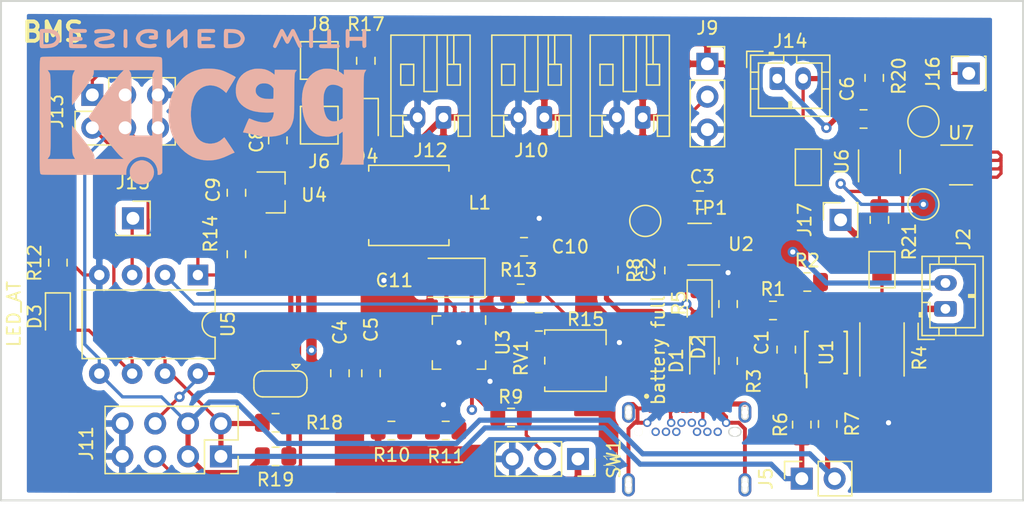
<source format=kicad_pcb>
(kicad_pcb (version 20171130) (host pcbnew "(5.0.2)-1")
  (layers (0 F.Cu signal) (31 B.Cu signal) (34 B.Paste user) (35 F.Paste user) (36 B.SilkS user) (37 F.SilkS user) (38 B.Mask user) (39 F.Mask user) (44 Edge.Cuts user))
  (net 0 "")
  (net 1 GND)
  (net 2 +BATT)
  (net 3 +5V)
  (net 4 +3V3)
  (net 5 "Net-(D3-Pad1)")
  (net 6 /MISO)
  (net 7 /MOSI)
  (net 8 /SCK)
  (net 9 /RST)
  (net 10 "Net-(L1-Pad2)")
  (net 11 "Net-(R10-Pad2)")
  (net 12 /ENABLE)
  (net 13 /LBO)
  (net 14 /FB)
  (net 15 "Net-(JP1-Pad2)")
  (net 16 "Net-(C1-Pad2)")
  (net 17 "Net-(C1-Pad1)")
  (net 18 "Net-(C2-Pad1)")
  (net 19 "Net-(C6-Pad1)")
  (net 20 "Net-(C6-Pad2)")
  (net 21 /Status_Battery)
  (net 22 "Net-(D1-Pad2)")
  (net 23 "Net-(D2-Pad1)")
  (net 24 "Net-(D4-Pad1)")
  (net 25 "Net-(J1-PadA2)")
  (net 26 "Net-(J1-PadA3)")
  (net 27 "Net-(J1-PadA5)")
  (net 28 "Net-(J1-PadA6)")
  (net 29 "Net-(J1-PadA7)")
  (net 30 "Net-(J1-PadA8)")
  (net 31 "Net-(J1-PadA10)")
  (net 32 "Net-(J1-PadA11)")
  (net 33 "Net-(J1-PadB2)")
  (net 34 "Net-(J1-PadB3)")
  (net 35 "Net-(J1-PadB5)")
  (net 36 "Net-(J1-PadB6)")
  (net 37 "Net-(J1-PadB7)")
  (net 38 "Net-(J1-PadB8)")
  (net 39 "Net-(J1-PadB10)")
  (net 40 "Net-(J1-PadB11)")
  (net 41 "Net-(J14-Pad2)")
  (net 42 "Net-(J15-Pad1)")
  (net 43 "Net-(R2-Pad2)")
  (net 44 "Net-(R6-Pad2)")
  (net 45 "Net-(R7-Pad2)")
  (net 46 "Net-(R8-Pad2)")
  (net 47 "Net-(R9-Pad1)")
  (net 48 "Net-(U1-Pad3)")
  (net 49 "Net-(U3-Pad2)")
  (net 50 "Net-(U6-Pad4)")
  (net 51 "Net-(R21-Pad2)")
  (net 52 "Net-(J17-Pad1)")
  (net 53 "Net-(TP2-Pad1)")
  (net 54 "Net-(TP3-Pad1)")
  (net 55 "Net-(U7-Pad5)")
  (net 56 "Net-(RV1-Pad3)")
  (module Package_TO_SOT_SMD:TSOT-23-8 (layer F.Cu) (at 128.205249 46.651218)
    (fp_text reference U7 (at 0 -2.45) (layer F.SilkS))
    (fp_text value ECH8693R)
    (pad 1 smd rect (at -1.31 -0.97) (size 1.22 0.4) (layers F.Cu F.Paste F.Mask) (net 52 "Net-(J17-Pad1)"))
    (pad 2 smd rect (at -1.31 -0.33) (size 1.22 0.4) (layers F.Cu F.Paste F.Mask) (net 54 "Net-(TP3-Pad1)"))
    (pad 3 smd rect (at -1.31 0.33) (size 1.22 0.4) (layers F.Cu F.Paste F.Mask) (net 20 "Net-(C6-Pad2)"))
    (pad 4 smd rect (at -1.31 0.97) (size 1.22 0.4) (layers F.Cu F.Paste F.Mask) (net 53 "Net-(TP2-Pad1)"))
    (pad 5 smd rect (at 1.31 0.97) (size 1.22 0.4) (layers F.Cu F.Paste F.Mask) (net 55 "Net-(U7-Pad5)"))
    (pad 6 smd rect (at 1.31 0.33) (size 1.22 0.4) (layers F.Cu F.Paste F.Mask) (net 55 "Net-(U7-Pad5)"))
    (pad 7 smd rect (at 1.31 -0.33) (size 1.22 0.4) (layers F.Cu F.Paste F.Mask) (net 55 "Net-(U7-Pad5)"))
    (pad 8 smd rect (at 1.31 -0.97) (size 1.22 0.4) (layers F.Cu F.Paste F.Mask) (net 55 "Net-(U7-Pad5)"))
  )
  (module Capacitor_SMD:C_0805_2012Metric_Pad1.15x1.40mm_HandSolder (layer F.Cu) (at 108.025 49.4 180)
    (fp_text reference C3 (at -0.175 1.8 180) (layer F.SilkS))
    (fp_text value 10uF)
    (pad 1 smd roundrect (at -1.025 0 180) (size 1.15 1.4) (layers F.Cu F.Paste F.Mask) (roundrect_rratio 0.217391) (net 2 +BATT))
    (pad 2 smd roundrect (at 1.025 0 180) (size 1.15 1.4) (layers F.Cu F.Paste F.Mask) (roundrect_rratio 0.217391) (net 1 GND))
  )
  (module Capacitor_SMD:C_0805_2012Metric_Pad1.15x1.40mm_HandSolder (layer F.Cu) (at 80.2 62.775 90)
    (fp_text reference C4 (at 3.175 0 90) (layer F.SilkS))
    (fp_text value 10uF)
    (pad 1 smd roundrect (at -1.025 0 90) (size 1.15 1.4) (layers F.Cu F.Paste F.Mask) (roundrect_rratio 0.217391) (net 2 +BATT))
    (pad 2 smd roundrect (at 1.025 0 90) (size 1.15 1.4) (layers F.Cu F.Paste F.Mask) (roundrect_rratio 0.217391) (net 1 GND))
  )
  (module Capacitor_SMD:C_0805_2012Metric_Pad1.15x1.40mm_HandSolder (layer F.Cu) (at 82.6 62.775 90)
    (fp_text reference C5 (at 3.375 0 90) (layer F.SilkS))
    (fp_text value 0.1uF)
    (pad 2 smd roundrect (at 1.025 0 90) (size 1.15 1.4) (layers F.Cu F.Paste F.Mask) (roundrect_rratio 0.217391) (net 1 GND))
    (pad 1 smd roundrect (at -1.025 0 90) (size 1.15 1.4) (layers F.Cu F.Paste F.Mask) (roundrect_rratio 0.217391) (net 2 +BATT))
  )
  (module Capacitor_SMD:C_0805_2012Metric_Pad1.15x1.40mm_HandSolder (layer F.Cu) (at 120.670249 43.121218 180)
    (fp_text reference C6 (at 1.270249 2.321218 270) (layer F.SilkS))
    (fp_text value C)
    (pad 1 smd roundrect (at -1.025 0 180) (size 1.15 1.4) (layers F.Cu F.Paste F.Mask) (roundrect_rratio 0.217391) (net 19 "Net-(C6-Pad1)"))
    (pad 2 smd roundrect (at 1.025 0 180) (size 1.15 1.4) (layers F.Cu F.Paste F.Mask) (roundrect_rratio 0.217391) (net 20 "Net-(C6-Pad2)"))
  )
  (module Capacitor_SMD:C_0805_2012Metric_Pad1.15x1.40mm_HandSolder (layer F.Cu) (at 75.4 44.775 90)
    (fp_text reference C8 (at 0 -1.65 90) (layer F.SilkS))
    (fp_text value 1uF)
    (pad 2 smd roundrect (at 1.025 0 90) (size 1.15 1.4) (layers F.Cu F.Paste F.Mask) (roundrect_rratio 0.217391) (net 1 GND))
    (pad 1 smd roundrect (at -1.025 0 90) (size 1.15 1.4) (layers F.Cu F.Paste F.Mask) (roundrect_rratio 0.217391) (net 3 +5V))
  )
  (module Capacitor_SMD:C_0805_2012Metric_Pad1.15x1.40mm_HandSolder (layer F.Cu) (at 72.2 48.825 90)
    (fp_text reference C9 (at 0.225 -1.8 90) (layer F.SilkS))
    (fp_text value 1uF)
    (pad 2 smd roundrect (at 1.025 0 90) (size 1.15 1.4) (layers F.Cu F.Paste F.Mask) (roundrect_rratio 0.217391) (net 1 GND))
    (pad 1 smd roundrect (at -1.025 0 90) (size 1.15 1.4) (layers F.Cu F.Paste F.Mask) (roundrect_rratio 0.217391) (net 4 +3V3))
  )
  (module Capacitor_SMD:C_0805_2012Metric_Pad1.15x1.40mm_HandSolder (layer F.Cu) (at 94.425 53)
    (fp_text reference C10 (at 3.575 0) (layer F.SilkS))
    (fp_text value 2.2uF)
    (pad 1 smd roundrect (at -1.025 0) (size 1.15 1.4) (layers F.Cu F.Paste F.Mask) (roundrect_rratio 0.217391) (net 3 +5V))
    (pad 2 smd roundrect (at 1.025 0) (size 1.15 1.4) (layers F.Cu F.Paste F.Mask) (roundrect_rratio 0.217391) (net 1 GND))
  )
  (module LED_SMD:LED_0805_2012Metric_Pad1.15x1.40mm_HandSolder (layer F.Cu) (at 108 57.425 270)
    (fp_text reference D2 (at 3.325 0.1 90) (layer F.SilkS))
    (fp_text value "battery full" (at 3.575 3.2 90) (layer F.SilkS))
    (pad 1 smd roundrect (at -1.025 0 270) (size 1.15 1.4) (layers F.Cu F.Paste F.Mask) (roundrect_rratio 0.217391) (net 23 "Net-(D2-Pad1)"))
    (pad 2 smd roundrect (at 1.025 0 270) (size 1.15 1.4) (layers F.Cu F.Paste F.Mask) (roundrect_rratio 0.217391) (net 21 /Status_Battery))
  )
  (module LED_SMD:LED_0805_2012Metric_Pad1.15x1.40mm_HandSolder (layer F.Cu) (at 58.4 58.425 270)
    (fp_text reference D3 (at -0.025 1.8 270) (layer F.SilkS))
    (fp_text value LED_AT (at -0.225 3.4 90) (layer F.SilkS))
    (pad 1 smd roundrect (at -1.025 0 270) (size 1.15 1.4) (layers F.Cu F.Paste F.Mask) (roundrect_rratio 0.217391) (net 5 "Net-(D3-Pad1)"))
    (pad 2 smd roundrect (at 1.025 0 270) (size 1.15 1.4) (layers F.Cu F.Paste F.Mask) (roundrect_rratio 0.217391) (net 6 /MISO))
  )
  (module Inductor_SMD:L_Bourns_SRN6045TA (layer F.Cu) (at 85.525 49.8)
    (fp_text reference L1 (at 5.475 -0.2) (layer F.SilkS))
    (fp_text value 6.8uH)
    (pad 1 smd rect (at -2.075 0) (size 2.35 5.1) (layers F.Cu F.Paste F.Mask) (net 2 +BATT))
    (pad 2 smd rect (at 2.075 0) (size 2.35 5.1) (layers F.Cu F.Paste F.Mask) (net 10 "Net-(L1-Pad2)"))
  )
  (module Resistor_SMD:R_0805_2012Metric_Pad1.15x1.40mm_HandSolder (layer F.Cu) (at 110.2 57.425 90)
    (fp_text reference R5 (at 0.075 -3.8 90) (layer F.SilkS))
    (fp_text value 1K)
    (pad 2 smd roundrect (at 1.025 0 90) (size 1.15 1.4) (layers F.Cu F.Paste F.Mask) (roundrect_rratio 0.217391) (net 1 GND))
    (pad 1 smd roundrect (at -1.025 0 90) (size 1.15 1.4) (layers F.Cu F.Paste F.Mask) (roundrect_rratio 0.217391) (net 23 "Net-(D2-Pad1)"))
  )
  (module Resistor_SMD:R_0805_2012Metric_Pad1.15x1.40mm_HandSolder (layer F.Cu) (at 84.175 67.2)
    (fp_text reference R10 (at 0.025 1.9) (layer F.SilkS))
    (fp_text value 1.8MR)
    (pad 1 smd roundrect (at -1.025 0) (size 1.15 1.4) (layers F.Cu F.Paste F.Mask) (roundrect_rratio 0.217391) (net 2 +BATT))
    (pad 2 smd roundrect (at 1.025 0) (size 1.15 1.4) (layers F.Cu F.Paste F.Mask) (roundrect_rratio 0.217391) (net 11 "Net-(R10-Pad2)"))
  )
  (module Resistor_SMD:R_0805_2012Metric_Pad1.15x1.40mm_HandSolder (layer F.Cu) (at 88.375 67.2)
    (fp_text reference R11 (at 0.025 2) (layer F.SilkS))
    (fp_text value 330k)
    (pad 1 smd roundrect (at -1.025 0) (size 1.15 1.4) (layers F.Cu F.Paste F.Mask) (roundrect_rratio 0.217391) (net 11 "Net-(R10-Pad2)"))
    (pad 2 smd roundrect (at 1.025 0) (size 1.15 1.4) (layers F.Cu F.Paste F.Mask) (roundrect_rratio 0.217391) (net 1 GND))
  )
  (module Resistor_SMD:R_0805_2012Metric_Pad1.15x1.40mm_HandSolder (layer F.Cu) (at 58.4 54.225 270)
    (fp_text reference R12 (at 0.025 1.8 270) (layer F.SilkS))
    (fp_text value 1K)
    (pad 2 smd roundrect (at 1.025 0 270) (size 1.15 1.4) (layers F.Cu F.Paste F.Mask) (roundrect_rratio 0.217391) (net 5 "Net-(D3-Pad1)"))
    (pad 1 smd roundrect (at -1.025 0 270) (size 1.15 1.4) (layers F.Cu F.Paste F.Mask) (roundrect_rratio 0.217391) (net 1 GND))
  )
  (module Resistor_SMD:R_0805_2012Metric_Pad1.15x1.40mm_HandSolder (layer F.Cu) (at 94.175 56.6)
    (fp_text reference R13 (at -0.175 -1.8) (layer F.SilkS))
    (fp_text value 2MOhm)
    (pad 2 smd roundrect (at 1.025 0) (size 1.15 1.4) (layers F.Cu F.Paste F.Mask) (roundrect_rratio 0.217391) (net 13 /LBO))
    (pad 1 smd roundrect (at -1.025 0) (size 1.15 1.4) (layers F.Cu F.Paste F.Mask) (roundrect_rratio 0.217391) (net 3 +5V))
  )
  (module Resistor_SMD:R_0805_2012Metric_Pad1.15x1.40mm_HandSolder (layer F.Cu) (at 72.2 53.575 270)
    (fp_text reference R14 (at -1.575 2 270) (layer F.SilkS))
    (fp_text value 10K)
    (pad 1 smd roundrect (at -1.025 0 270) (size 1.15 1.4) (layers F.Cu F.Paste F.Mask) (roundrect_rratio 0.217391) (net 4 +3V3))
    (pad 2 smd roundrect (at 1.025 0 270) (size 1.15 1.4) (layers F.Cu F.Paste F.Mask) (roundrect_rratio 0.217391) (net 9 /RST))
  )
  (module Resistor_SMD:R_0805_2012Metric_Pad1.15x1.40mm_HandSolder (layer F.Cu) (at 95.575 58.8)
    (fp_text reference R15 (at 3.625 -0.2) (layer F.SilkS))
    (fp_text value 1.8Mohm)
    (pad 2 smd roundrect (at 1.025 0) (size 1.15 1.4) (layers F.Cu F.Paste F.Mask) (roundrect_rratio 0.217391) (net 14 /FB))
    (pad 1 smd roundrect (at -1.025 0) (size 1.15 1.4) (layers F.Cu F.Paste F.Mask) (roundrect_rratio 0.217391) (net 3 +5V))
  )
  (module Resistor_SMD:R_0805_2012Metric_Pad1.15x1.40mm_HandSolder (layer F.Cu) (at 82.2 38.625 270)
    (fp_text reference R17 (at -2.825 0) (layer F.SilkS))
    (fp_text value 1K)
    (pad 1 smd roundrect (at -1.025 0 270) (size 1.15 1.4) (layers F.Cu F.Paste F.Mask) (roundrect_rratio 0.217391) (net 1 GND))
    (pad 2 smd roundrect (at 1.025 0 270) (size 1.15 1.4) (layers F.Cu F.Paste F.Mask) (roundrect_rratio 0.217391) (net 24 "Net-(D4-Pad1)"))
  )
  (module Resistor_SMD:R_0805_2012Metric_Pad1.15x1.40mm_HandSolder (layer F.Cu) (at 75.225 66.6)
    (fp_text reference R18 (at 3.775 0) (layer F.SilkS))
    (fp_text value 4.7K)
    (pad 2 smd roundrect (at 1.025 0) (size 1.15 1.4) (layers F.Cu F.Paste F.Mask) (roundrect_rratio 0.217391) (net 15 "Net-(JP1-Pad2)"))
    (pad 1 smd roundrect (at -1.025 0) (size 1.15 1.4) (layers F.Cu F.Paste F.Mask) (roundrect_rratio 0.217391) (net 8 /SCK))
  )
  (module Resistor_SMD:R_0805_2012Metric_Pad1.15x1.40mm_HandSolder (layer F.Cu) (at 75.225 69.2)
    (fp_text reference R19 (at 0 1.8) (layer F.SilkS))
    (fp_text value 4.7K)
    (pad 1 smd roundrect (at -1.025 0) (size 1.15 1.4) (layers F.Cu F.Paste F.Mask) (roundrect_rratio 0.217391) (net 7 /MOSI))
    (pad 2 smd roundrect (at 1.025 0) (size 1.15 1.4) (layers F.Cu F.Paste F.Mask) (roundrect_rratio 0.217391) (net 15 "Net-(JP1-Pad2)"))
  )
  (module Resistor_SMD:R_0805_2012Metric_Pad1.15x1.40mm_HandSolder (layer F.Cu) (at 121.495249 39.946218 90)
    (fp_text reference R20 (at 0.146218 1.904751 90) (layer F.SilkS))
    (fp_text value R)
    (pad 2 smd roundrect (at 1.025 0 90) (size 1.15 1.4) (layers F.Cu F.Paste F.Mask) (roundrect_rratio 0.217391) (net 41 "Net-(J14-Pad2)"))
    (pad 1 smd roundrect (at -1.025 0 90) (size 1.15 1.4) (layers F.Cu F.Paste F.Mask) (roundrect_rratio 0.217391) (net 19 "Net-(C6-Pad1)"))
  )
  (module Resistor_SMD:R_0805_2012Metric_Pad1.15x1.40mm_HandSolder (layer F.Cu) (at 121.895249 50.921218 90)
    (fp_text reference R21 (at -1.678782 2.304751 90) (layer F.SilkS))
    (fp_text value R)
    (pad 2 smd roundrect (at 1.025 0 90) (size 1.15 1.4) (layers F.Cu F.Paste F.Mask) (roundrect_rratio 0.217391) (net 51 "Net-(R21-Pad2)"))
    (pad 1 smd roundrect (at -1.025 0 90) (size 1.15 1.4) (layers F.Cu F.Paste F.Mask) (roundrect_rratio 0.217391) (net 52 "Net-(J17-Pad1)"))
  )
  (module Connector_JST:JST_PH_S2B-PH-K_1x02_P2.00mm_Horizontal (layer F.Cu) (at 103.6 43 180)
    (fp_text reference J7)
    (fp_text value POWER_OUT)
    (pad 1 thru_hole roundrect (at 0 0 180) (size 1.2 1.75) (drill 0.75) (layers *.Cu *.Mask) (roundrect_rratio 0.208333) (net 3 +5V))
    (pad 2 thru_hole oval (at 2 0 180) (size 1.2 1.75) (drill 0.75) (layers *.Cu *.Mask) (net 1 GND))
  )
  (module Jumper:SolderJumper-3_P1.3mm_Open_RoundedPad1.0x1.5mm (layer F.Cu) (at 75.6 63.6 180)
    (fp_text reference JP1)
    (fp_text value Jumper_3_Open)
    (pad 1 smd custom (at -1.3 0 180) (size 1 0.5) (layers F.Cu F.Mask) (net 3 +5V) (options (clearance outline) (anchor rect)) (primitives (gr_circle (center 0 0.25) (end 0.5 0.25) (width 0)) (gr_circle (center 0 -0.25) (end 0.5 -0.25) (width 0)) (gr_poly (pts (xy 0.55 -0.75) (xy 0 -0.75) (xy 0 0.75) (xy 0.55 0.75)) (width 0))))
    (pad 3 smd custom (at 1.3 0 180) (size 1 0.5) (layers F.Cu F.Mask) (net 4 +3V3) (options (clearance outline) (anchor rect)) (primitives (gr_circle (center 0 0.25) (end 0.5 0.25) (width 0)) (gr_circle (center 0 -0.25) (end 0.5 -0.25) (width 0)) (gr_poly (pts (xy -0.55 -0.75) (xy 0 -0.75) (xy 0 0.75) (xy -0.55 0.75)) (width 0))))
    (pad 2 smd rect (at 0 0 180) (size 1 1.5) (layers F.Cu F.Mask) (net 15 "Net-(JP1-Pad2)"))
  )
  (module USB4065-XX-X_REVA:GCT_USB4065-XX-X_REVA (layer F.Cu) (at 107 69.375)
    (fp_text reference J1 (at -5.88758 0.18507 90) (layer F.SilkS) (effects (font (size 1.00044 1.00044) (thickness 0.05))))
    (fp_text value USB4065-XX-X_REVA)
    (fp_text user PCB~Edge (at -4.3043 4.07908) (layer Edge.Cuts) (effects (font (thickness 0.05))))
    (fp_arc (start 3.875 -2.075) (end 4.2 -2.075) (angle -90) (layer Edge.Cuts) (width 0.1))
    (fp_arc (start 3.875 -2.075) (end 3.875 -1.75) (angle -90) (layer Edge.Cuts) (width 0.1))
    (fp_line (start 3.875 -1.75) (end 3.575 -1.75) (layer Edge.Cuts) (width 0.1))
    (fp_arc (start 3.575 -2.075) (end 3.25 -2.075) (angle -90) (layer Edge.Cuts) (width 0.1))
    (fp_arc (start 3.575 -2.075) (end 3.575 -2.4) (angle -90) (layer Edge.Cuts) (width 0.1))
    (fp_line (start 3.575 -2.4) (end 3.875 -2.4) (layer Edge.Cuts) (width 0.1))
    (fp_arc (start 4.5 -3.875) (end 4.5 -4.125) (angle 90) (layer Edge.Cuts) (width 0.1))
    (fp_arc (start 4.5 -3.875) (end 4.25 -3.875) (angle 90) (layer Edge.Cuts) (width 0.1))
    (fp_line (start 4.25 -3.875) (end 4.25 -3.275) (layer Edge.Cuts) (width 0.1))
    (fp_arc (start 4.5 -3.275) (end 4.5 -3.025) (angle 90) (layer Edge.Cuts) (width 0.1))
    (fp_arc (start 4.5 -3.275) (end 4.75 -3.275) (angle 90) (layer Edge.Cuts) (width 0.1))
    (fp_line (start 4.75 -3.275) (end 4.75 -3.875) (layer Edge.Cuts) (width 0.1))
    (fp_poly (pts (xy 4.75 -3.575) (xy 5 -3.575) (xy 5 -3.875) (xy 5 -3.88809) (xy 4.99863 -3.91424) (xy 4.99589 -3.94028) (xy 4.9918 -3.96615) (xy 4.98635 -3.99176) (xy 4.97957 -4.01705) (xy 4.97148 -4.04196) (xy 4.9621 -4.0664) (xy 4.95145 -4.09033) (xy 4.93956 -4.11366) (xy 4.92647 -4.13634) (xy 4.91221 -4.1583) (xy 4.89681 -4.17948) (xy 4.88034 -4.19983) (xy 4.86281 -4.21929) (xy 4.8443 -4.23781) (xy 4.82484 -4.25533) (xy 4.80449 -4.27181) (xy 4.7833 -4.2872) (xy 4.76134 -4.30146) (xy 4.73866 -4.31456) (xy 4.71533 -4.32645) (xy 4.69141 -4.3371) (xy 4.66696 -4.34648) (xy 4.64206 -4.35457) (xy 4.61677 -4.36135) (xy 4.59115 -4.3668) (xy 4.56529 -4.37089) (xy 4.53925 -4.37363) (xy 4.5131 -4.375) (xy 4.5 -4.375) (xy 4.48691 -4.375) (xy 4.46076 -4.37363) (xy 4.43472 -4.37089) (xy 4.40885 -4.3668) (xy 4.38324 -4.36135) (xy 4.35795 -4.35457) (xy 4.33304 -4.34648) (xy 4.3086 -4.3371) (xy 4.28467 -4.32645) (xy 4.26134 -4.31456) (xy 4.23866 -4.30147) (xy 4.2167 -4.28721) (xy 4.19552 -4.27181) (xy 4.17517 -4.25534) (xy 4.15571 -4.23781) (xy 4.13719 -4.2193) (xy 4.11967 -4.19984) (xy 4.10319 -4.17949) (xy 4.0878 -4.1583) (xy 4.07354 -4.13634) (xy 4.06044 -4.11366) (xy 4.04855 -4.09033) (xy 4.0379 -4.06641) (xy 4.02852 -4.04196) (xy 4.02043 -4.01706) (xy 4.01365 -3.99177) (xy 4.0082 -3.96615) (xy 4.00411 -3.94029) (xy 4.00137 -3.91425) (xy 4 -3.8881) (xy 4 -3.875) (xy 4 -3.575) (xy 4.25 -3.575) (xy 4.25 -3.875) (xy 4.25 -3.88154) (xy 4.25069 -3.89462) (xy 4.25205 -3.90764) (xy 4.2541 -3.92057) (xy 4.25682 -3.93338) (xy 4.26021 -3.94603) (xy 4.26426 -3.95848) (xy 4.26895 -3.9707) (xy 4.27428 -3.98266) (xy 4.28022 -3.99433) (xy 4.28677 -4.00567) (xy 4.2939 -4.01665) (xy 4.30159 -4.02724) (xy 4.30983 -4.03742) (xy 4.31859 -4.04715) (xy 4.32785 -4.0564) (xy 4.33758 -4.06517) (xy 4.34776 -4.07341) (xy 4.35835 -4.0811) (xy 4.36933 -4.08823) (xy 4.38067 -4.09478) (xy 4.39233 -4.10072) (xy 4.40429 -4.10605) (xy 4.41652 -4.11074) (xy 4.42897 -4.11479) (xy 4.44162 -4.11818) (xy 4.45442 -4.1209) (xy 4.46736 -4.12295) (xy 4.48038 -4.12431) (xy 4.49345 -4.125) (xy 4.5 -4.125) (xy 4.50654 -4.125) (xy 4.51962 -4.12431) (xy 4.53264 -4.12295) (xy 4.54557 -4.1209) (xy 4.55838 -4.11818) (xy 4.57103 -4.11479) (xy 4.58348 -4.11074) (xy 4.5957 -4.10605) (xy 4.60766 -4.10072) (xy 4.61933 -4.09478) (xy 4.63067 -4.08823) (xy 4.64165 -4.0811) (xy 4.65224 -4.07341) (xy 4.66242 -4.06517) (xy 4.67215 -4.05641) (xy 4.6814 -4.04715) (xy 4.69017 -4.03742) (xy 4.69841 -4.02724) (xy 4.7061 -4.01665) (xy 4.71323 -4.00567) (xy 4.71978 -3.99433) (xy 4.72572 -3.98267) (xy 4.73105 -3.97071) (xy 4.73574 -3.95848) (xy 4.73979 -3.94603) (xy 4.74318 -3.93338) (xy 4.7459 -3.92058) (xy 4.74795 -3.90764) (xy 4.74931 -3.89462) (xy 4.75 -3.88155) (xy 4.75 -3.875)) (layer F.Cu) (width 0.001))
    (fp_poly (pts (xy 4.25 -3.575) (xy 4 -3.575) (xy 4 -3.275) (xy 4 -3.26191) (xy 4.00137 -3.23576) (xy 4.00411 -3.20972) (xy 4.0082 -3.18385) (xy 4.01365 -3.15824) (xy 4.02043 -3.13295) (xy 4.02852 -3.10804) (xy 4.0379 -3.0836) (xy 4.04855 -3.05967) (xy 4.06044 -3.03634) (xy 4.07353 -3.01366) (xy 4.08779 -2.9917) (xy 4.10319 -2.97052) (xy 4.11966 -2.95017) (xy 4.13719 -2.93071) (xy 4.1557 -2.91219) (xy 4.17516 -2.89467) (xy 4.19551 -2.87819) (xy 4.2167 -2.8628) (xy 4.23866 -2.84854) (xy 4.26134 -2.83544) (xy 4.28467 -2.82355) (xy 4.30859 -2.8129) (xy 4.33304 -2.80352) (xy 4.35794 -2.79543) (xy 4.38323 -2.78865) (xy 4.40885 -2.7832) (xy 4.43471 -2.77911) (xy 4.46075 -2.77637) (xy 4.4869 -2.775) (xy 4.5 -2.775) (xy 4.51309 -2.775) (xy 4.53924 -2.77637) (xy 4.56528 -2.77911) (xy 4.59115 -2.7832) (xy 4.61676 -2.78865) (xy 4.64205 -2.79543) (xy 4.66696 -2.80352) (xy 4.6914 -2.8129) (xy 4.71533 -2.82355) (xy 4.73866 -2.83544) (xy 4.76134 -2.84853) (xy 4.7833 -2.86279) (xy 4.80448 -2.87819) (xy 4.82483 -2.89466) (xy 4.84429 -2.91219) (xy 4.86281 -2.9307) (xy 4.88033 -2.95016) (xy 4.89681 -2.97051) (xy 4.9122 -2.9917) (xy 4.92646 -3.01366) (xy 4.93956 -3.03634) (xy 4.95145 -3.05967) (xy 4.9621 -3.08359) (xy 4.97148 -3.10804) (xy 4.97957 -3.13294) (xy 4.98635 -3.15823) (xy 4.9918 -3.18385) (xy 4.99589 -3.20971) (xy 4.99863 -3.23575) (xy 5 -3.2619) (xy 5 -3.275) (xy 5 -3.575) (xy 4.75 -3.575) (xy 4.75 -3.275) (xy 4.75 -3.26846) (xy 4.74931 -3.25538) (xy 4.74795 -3.24236) (xy 4.7459 -3.22943) (xy 4.74318 -3.21662) (xy 4.73979 -3.20397) (xy 4.73574 -3.19152) (xy 4.73105 -3.1793) (xy 4.72572 -3.16734) (xy 4.71978 -3.15567) (xy 4.71323 -3.14433) (xy 4.7061 -3.13335) (xy 4.69841 -3.12276) (xy 4.69017 -3.11258) (xy 4.68141 -3.10285) (xy 4.67215 -3.0936) (xy 4.66242 -3.08483) (xy 4.65224 -3.07659) (xy 4.64165 -3.0689) (xy 4.63067 -3.06177) (xy 4.61933 -3.05522) (xy 4.60767 -3.04928) (xy 4.59571 -3.04395) (xy 4.58348 -3.03926) (xy 4.57103 -3.03521) (xy 4.55838 -3.03182) (xy 4.54558 -3.0291) (xy 4.53264 -3.02705) (xy 4.51962 -3.02569) (xy 4.50655 -3.025) (xy 4.5 -3.025) (xy 4.49346 -3.025) (xy 4.48038 -3.02569) (xy 4.46736 -3.02705) (xy 4.45443 -3.0291) (xy 4.44162 -3.03182) (xy 4.42897 -3.03521) (xy 4.41652 -3.03926) (xy 4.4043 -3.04395) (xy 4.39234 -3.04928) (xy 4.38067 -3.05522) (xy 4.36933 -3.06177) (xy 4.35835 -3.0689) (xy 4.34776 -3.07659) (xy 4.33758 -3.08483) (xy 4.32785 -3.09359) (xy 4.3186 -3.10285) (xy 4.30983 -3.11258) (xy 4.30159 -3.12276) (xy 4.2939 -3.13335) (xy 4.28677 -3.14433) (xy 4.28022 -3.15567) (xy 4.27428 -3.16733) (xy 4.26895 -3.17929) (xy 4.26426 -3.19152) (xy 4.26021 -3.20397) (xy 4.25682 -3.21662) (xy 4.2541 -3.22942) (xy 4.25205 -3.24236) (xy 4.25069 -3.25538) (xy 4.25 -3.26845) (xy 4.25 -3.275)) (layer F.Cu) (width 0.001))
    (fp_poly (pts (xy 4.75 -3.575) (xy 5 -3.575) (xy 5 -3.875) (xy 5 -3.88809) (xy 4.99863 -3.91424) (xy 4.99589 -3.94028) (xy 4.9918 -3.96615) (xy 4.98635 -3.99176) (xy 4.97957 -4.01705) (xy 4.97148 -4.04196) (xy 4.9621 -4.0664) (xy 4.95145 -4.09033) (xy 4.93956 -4.11366) (xy 4.92647 -4.13634) (xy 4.91221 -4.1583) (xy 4.89681 -4.17948) (xy 4.88034 -4.19983) (xy 4.86281 -4.21929) (xy 4.8443 -4.23781) (xy 4.82484 -4.25533) (xy 4.80449 -4.27181) (xy 4.7833 -4.2872) (xy 4.76134 -4.30146) (xy 4.73866 -4.31456) (xy 4.71533 -4.32645) (xy 4.69141 -4.3371) (xy 4.66696 -4.34648) (xy 4.64206 -4.35457) (xy 4.61677 -4.36135) (xy 4.59115 -4.3668) (xy 4.56529 -4.37089) (xy 4.53925 -4.37363) (xy 4.5131 -4.375) (xy 4.5 -4.375) (xy 4.48691 -4.375) (xy 4.46076 -4.37363) (xy 4.43472 -4.37089) (xy 4.40885 -4.3668) (xy 4.38324 -4.36135) (xy 4.35795 -4.35457) (xy 4.33304 -4.34648) (xy 4.3086 -4.3371) (xy 4.28467 -4.32645) (xy 4.26134 -4.31456) (xy 4.23866 -4.30147) (xy 4.2167 -4.28721) (xy 4.19552 -4.27181) (xy 4.17517 -4.25534) (xy 4.15571 -4.23781) (xy 4.13719 -4.2193) (xy 4.11967 -4.19984) (xy 4.10319 -4.17949) (xy 4.0878 -4.1583) (xy 4.07354 -4.13634) (xy 4.06044 -4.11366) (xy 4.04855 -4.09033) (xy 4.0379 -4.06641) (xy 4.02852 -4.04196) (xy 4.02043 -4.01706) (xy 4.01365 -3.99177) (xy 4.0082 -3.96615) (xy 4.00411 -3.94029) (xy 4.00137 -3.91425) (xy 4 -3.8881) (xy 4 -3.875) (xy 4 -3.575) (xy 4.25 -3.575) (xy 4.25 -3.875) (xy 4.25 -3.88154) (xy 4.25069 -3.89462) (xy 4.25205 -3.90764) (xy 4.2541 -3.92057) (xy 4.25682 -3.93338) (xy 4.26021 -3.94603) (xy 4.26426 -3.95848) (xy 4.26895 -3.9707) (xy 4.27428 -3.98266) (xy 4.28022 -3.99433) (xy 4.28677 -4.00567) (xy 4.2939 -4.01665) (xy 4.30159 -4.02724) (xy 4.30983 -4.03742) (xy 4.31859 -4.04715) (xy 4.32785 -4.0564) (xy 4.33758 -4.06517) (xy 4.34776 -4.07341) (xy 4.35835 -4.0811) (xy 4.36933 -4.08823) (xy 4.38067 -4.09478) (xy 4.39233 -4.10072) (xy 4.40429 -4.10605) (xy 4.41652 -4.11074) (xy 4.42897 -4.11479) (xy 4.44162 -4.11818) (xy 4.45442 -4.1209) (xy 4.46736 -4.12295) (xy 4.48038 -4.12431) (xy 4.49345 -4.125) (xy 4.5 -4.125) (xy 4.50654 -4.125) (xy 4.51962 -4.12431) (xy 4.53264 -4.12295) (xy 4.54557 -4.1209) (xy 4.55838 -4.11818) (xy 4.57103 -4.11479) (xy 4.58348 -4.11074) (xy 4.5957 -4.10605) (xy 4.60766 -4.10072) (xy 4.61933 -4.09478) (xy 4.63067 -4.08823) (xy 4.64165 -4.0811) (xy 4.65224 -4.07341) (xy 4.66242 -4.06517) (xy 4.67215 -4.05641) (xy 4.6814 -4.04715) (xy 4.69017 -4.03742) (xy 4.69841 -4.02724) (xy 4.7061 -4.01665) (xy 4.71323 -4.00567) (xy 4.71978 -3.99433) (xy 4.72572 -3.98267) (xy 4.73105 -3.97071) (xy 4.73574 -3.95848) (xy 4.73979 -3.94603) (xy 4.74318 -3.93338) (xy 4.7459 -3.92058) (xy 4.74795 -3.90764) (xy 4.74931 -3.89462) (xy 4.75 -3.88155) (xy 4.75 -3.875)) (layer B.Cu) (width 0.001))
    (fp_poly (pts (xy 4.25 -3.575) (xy 4 -3.575) (xy 4 -3.275) (xy 4 -3.26191) (xy 4.00137 -3.23576) (xy 4.00411 -3.20972) (xy 4.0082 -3.18385) (xy 4.01365 -3.15824) (xy 4.02043 -3.13295) (xy 4.02852 -3.10804) (xy 4.0379 -3.0836) (xy 4.04855 -3.05967) (xy 4.06044 -3.03634) (xy 4.07353 -3.01366) (xy 4.08779 -2.9917) (xy 4.10319 -2.97052) (xy 4.11966 -2.95017) (xy 4.13719 -2.93071) (xy 4.1557 -2.91219) (xy 4.17516 -2.89467) (xy 4.19551 -2.87819) (xy 4.2167 -2.8628) (xy 4.23866 -2.84854) (xy 4.26134 -2.83544) (xy 4.28467 -2.82355) (xy 4.30859 -2.8129) (xy 4.33304 -2.80352) (xy 4.35794 -2.79543) (xy 4.38323 -2.78865) (xy 4.40885 -2.7832) (xy 4.43471 -2.77911) (xy 4.46075 -2.77637) (xy 4.4869 -2.775) (xy 4.5 -2.775) (xy 4.51309 -2.775) (xy 4.53924 -2.77637) (xy 4.56528 -2.77911) (xy 4.59115 -2.7832) (xy 4.61676 -2.78865) (xy 4.64205 -2.79543) (xy 4.66696 -2.80352) (xy 4.6914 -2.8129) (xy 4.71533 -2.82355) (xy 4.73866 -2.83544) (xy 4.76134 -2.84853) (xy 4.7833 -2.86279) (xy 4.80448 -2.87819) (xy 4.82483 -2.89466) (xy 4.84429 -2.91219) (xy 4.86281 -2.9307) (xy 4.88033 -2.95016) (xy 4.89681 -2.97051) (xy 4.9122 -2.9917) (xy 4.92646 -3.01366) (xy 4.93956 -3.03634) (xy 4.95145 -3.05967) (xy 4.9621 -3.08359) (xy 4.97148 -3.10804) (xy 4.97957 -3.13294) (xy 4.98635 -3.15823) (xy 4.9918 -3.18385) (xy 4.99589 -3.20971) (xy 4.99863 -3.23575) (xy 5 -3.2619) (xy 5 -3.275) (xy 5 -3.575) (xy 4.75 -3.575) (xy 4.75 -3.275) (xy 4.75 -3.26846) (xy 4.74931 -3.25538) (xy 4.74795 -3.24236) (xy 4.7459 -3.22943) (xy 4.74318 -3.21662) (xy 4.73979 -3.20397) (xy 4.73574 -3.19152) (xy 4.73105 -3.1793) (xy 4.72572 -3.16734) (xy 4.71978 -3.15567) (xy 4.71323 -3.14433) (xy 4.7061 -3.13335) (xy 4.69841 -3.12276) (xy 4.69017 -3.11258) (xy 4.68141 -3.10285) (xy 4.67215 -3.0936) (xy 4.66242 -3.08483) (xy 4.65224 -3.07659) (xy 4.64165 -3.0689) (xy 4.63067 -3.06177) (xy 4.61933 -3.05522) (xy 4.60767 -3.04928) (xy 4.59571 -3.04395) (xy 4.58348 -3.03926) (xy 4.57103 -3.03521) (xy 4.55838 -3.03182) (xy 4.54558 -3.0291) (xy 4.53264 -3.02705) (xy 4.51962 -3.02569) (xy 4.50655 -3.025) (xy 4.5 -3.025) (xy 4.49346 -3.025) (xy 4.48038 -3.02569) (xy 4.46736 -3.02705) (xy 4.45443 -3.0291) (xy 4.44162 -3.03182) (xy 4.42897 -3.03521) (xy 4.41652 -3.03926) (xy 4.4043 -3.04395) (xy 4.39234 -3.04928) (xy 4.38067 -3.05522) (xy 4.36933 -3.06177) (xy 4.35835 -3.0689) (xy 4.34776 -3.07659) (xy 4.33758 -3.08483) (xy 4.32785 -3.09359) (xy 4.3186 -3.10285) (xy 4.30983 -3.11258) (xy 4.30159 -3.12276) (xy 4.2939 -3.13335) (xy 4.28677 -3.14433) (xy 4.28022 -3.15567) (xy 4.27428 -3.16733) (xy 4.26895 -3.17929) (xy 4.26426 -3.19152) (xy 4.26021 -3.20397) (xy 4.25682 -3.21662) (xy 4.2541 -3.22942) (xy 4.25205 -3.24236) (xy 4.25069 -3.25538) (xy 4.25 -3.26845) (xy 4.25 -3.275)) (layer B.Cu) (width 0.001))
    (fp_arc (start -4.5 -3.875) (end -4.5 -4.125) (angle 90) (layer Edge.Cuts) (width 0.1))
    (fp_arc (start -4.5 -3.875) (end -4.75 -3.875) (angle 90) (layer Edge.Cuts) (width 0.1))
    (fp_line (start -4.75 -3.875) (end -4.75 -3.275) (layer Edge.Cuts) (width 0.1))
    (fp_arc (start -4.5 -3.275) (end -4.5 -3.025) (angle 90) (layer Edge.Cuts) (width 0.1))
    (fp_arc (start -4.5 -3.275) (end -4.25 -3.275) (angle 90) (layer Edge.Cuts) (width 0.1))
    (fp_line (start -4.25 -3.275) (end -4.25 -3.875) (layer Edge.Cuts) (width 0.1))
    (fp_poly (pts (xy -4.25 -3.575) (xy -4 -3.575) (xy -4 -3.875) (xy -4 -3.88809) (xy -4.00137 -3.91424) (xy -4.00411 -3.94028) (xy -4.0082 -3.96615) (xy -4.01365 -3.99176) (xy -4.02043 -4.01705) (xy -4.02852 -4.04196) (xy -4.0379 -4.0664) (xy -4.04855 -4.09033) (xy -4.06044 -4.11366) (xy -4.07353 -4.13634) (xy -4.08779 -4.1583) (xy -4.10319 -4.17948) (xy -4.11966 -4.19983) (xy -4.13719 -4.21929) (xy -4.1557 -4.23781) (xy -4.17516 -4.25533) (xy -4.19551 -4.27181) (xy -4.2167 -4.2872) (xy -4.23866 -4.30146) (xy -4.26134 -4.31456) (xy -4.28467 -4.32645) (xy -4.30859 -4.3371) (xy -4.33304 -4.34648) (xy -4.35794 -4.35457) (xy -4.38323 -4.36135) (xy -4.40885 -4.3668) (xy -4.43471 -4.37089) (xy -4.46075 -4.37363) (xy -4.4869 -4.375) (xy -4.5 -4.375) (xy -4.51309 -4.375) (xy -4.53924 -4.37363) (xy -4.56528 -4.37089) (xy -4.59115 -4.3668) (xy -4.61676 -4.36135) (xy -4.64205 -4.35457) (xy -4.66696 -4.34648) (xy -4.6914 -4.3371) (xy -4.71533 -4.32645) (xy -4.73866 -4.31456) (xy -4.76134 -4.30147) (xy -4.7833 -4.28721) (xy -4.80448 -4.27181) (xy -4.82483 -4.25534) (xy -4.84429 -4.23781) (xy -4.86281 -4.2193) (xy -4.88033 -4.19984) (xy -4.89681 -4.17949) (xy -4.9122 -4.1583) (xy -4.92646 -4.13634) (xy -4.93956 -4.11366) (xy -4.95145 -4.09033) (xy -4.9621 -4.06641) (xy -4.97148 -4.04196) (xy -4.97957 -4.01706) (xy -4.98635 -3.99177) (xy -4.9918 -3.96615) (xy -4.99589 -3.94029) (xy -4.99863 -3.91425) (xy -5 -3.8881) (xy -5 -3.875) (xy -5 -3.575) (xy -4.75 -3.575) (xy -4.75 -3.875) (xy -4.75 -3.88154) (xy -4.74931 -3.89462) (xy -4.74795 -3.90764) (xy -4.7459 -3.92057) (xy -4.74318 -3.93338) (xy -4.73979 -3.94603) (xy -4.73574 -3.95848) (xy -4.73105 -3.9707) (xy -4.72572 -3.98266) (xy -4.71978 -3.99433) (xy -4.71323 -4.00567) (xy -4.7061 -4.01665) (xy -4.69841 -4.02724) (xy -4.69017 -4.03742) (xy -4.68141 -4.04715) (xy -4.67215 -4.0564) (xy -4.66242 -4.06517) (xy -4.65224 -4.07341) (xy -4.64165 -4.0811) (xy -4.63067 -4.08823) (xy -4.61933 -4.09478) (xy -4.60767 -4.10072) (xy -4.59571 -4.10605) (xy -4.58348 -4.11074) (xy -4.57103 -4.11479) (xy -4.55838 -4.11818) (xy -4.54558 -4.1209) (xy -4.53264 -4.12295) (xy -4.51962 -4.12431) (xy -4.50655 -4.125) (xy -4.5 -4.125) (xy -4.49346 -4.125) (xy -4.48038 -4.12431) (xy -4.46736 -4.12295) (xy -4.45443 -4.1209) (xy -4.44162 -4.11818) (xy -4.42897 -4.11479) (xy -4.41652 -4.11074) (xy -4.4043 -4.10605) (xy -4.39234 -4.10072) (xy -4.38067 -4.09478) (xy -4.36933 -4.08823) (xy -4.35835 -4.0811) (xy -4.34776 -4.07341) (xy -4.33758 -4.06517) (xy -4.32785 -4.05641) (xy -4.3186 -4.04715) (xy -4.30983 -4.03742) (xy -4.30159 -4.02724) (xy -4.2939 -4.01665) (xy -4.28677 -4.00567) (xy -4.28022 -3.99433) (xy -4.27428 -3.98267) (xy -4.26895 -3.97071) (xy -4.26426 -3.95848) (xy -4.26021 -3.94603) (xy -4.25682 -3.93338) (xy -4.2541 -3.92058) (xy -4.25205 -3.90764) (xy -4.25069 -3.89462) (xy -4.25 -3.88155) (xy -4.25 -3.875)) (layer F.Cu) (width 0.001))
    (fp_poly (pts (xy -4.75 -3.575) (xy -5 -3.575) (xy -5 -3.275) (xy -5 -3.26191) (xy -4.99863 -3.23576) (xy -4.99589 -3.20972) (xy -4.9918 -3.18385) (xy -4.98635 -3.15824) (xy -4.97957 -3.13295) (xy -4.97148 -3.10804) (xy -4.9621 -3.0836) (xy -4.95145 -3.05967) (xy -4.93956 -3.03634) (xy -4.92647 -3.01366) (xy -4.91221 -2.9917) (xy -4.89681 -2.97052) (xy -4.88034 -2.95017) (xy -4.86281 -2.93071) (xy -4.8443 -2.91219) (xy -4.82484 -2.89467) (xy -4.80449 -2.87819) (xy -4.7833 -2.8628) (xy -4.76134 -2.84854) (xy -4.73866 -2.83544) (xy -4.71533 -2.82355) (xy -4.69141 -2.8129) (xy -4.66696 -2.80352) (xy -4.64206 -2.79543) (xy -4.61677 -2.78865) (xy -4.59115 -2.7832) (xy -4.56529 -2.77911) (xy -4.53925 -2.77637) (xy -4.5131 -2.775) (xy -4.5 -2.775) (xy -4.48691 -2.775) (xy -4.46076 -2.77637) (xy -4.43472 -2.77911) (xy -4.40885 -2.7832) (xy -4.38324 -2.78865) (xy -4.35795 -2.79543) (xy -4.33304 -2.80352) (xy -4.3086 -2.8129) (xy -4.28467 -2.82355) (xy -4.26134 -2.83544) (xy -4.23866 -2.84853) (xy -4.2167 -2.86279) (xy -4.19552 -2.87819) (xy -4.17517 -2.89466) (xy -4.15571 -2.91219) (xy -4.13719 -2.9307) (xy -4.11967 -2.95016) (xy -4.10319 -2.97051) (xy -4.0878 -2.9917) (xy -4.07354 -3.01366) (xy -4.06044 -3.03634) (xy -4.04855 -3.05967) (xy -4.0379 -3.08359) (xy -4.02852 -3.10804) (xy -4.02043 -3.13294) (xy -4.01365 -3.15823) (xy -4.0082 -3.18385) (xy -4.00411 -3.20971) (xy -4.00137 -3.23575) (xy -4 -3.2619) (xy -4 -3.275) (xy -4 -3.575) (xy -4.25 -3.575) (xy -4.25 -3.275) (xy -4.25 -3.26846) (xy -4.25069 -3.25538) (xy -4.25205 -3.24236) (xy -4.2541 -3.22943) (xy -4.25682 -3.21662) (xy -4.26021 -3.20397) (xy -4.26426 -3.19152) (xy -4.26895 -3.1793) (xy -4.27428 -3.16734) (xy -4.28022 -3.15567) (xy -4.28677 -3.14433) (xy -4.2939 -3.13335) (xy -4.30159 -3.12276) (xy -4.30983 -3.11258) (xy -4.31859 -3.10285) (xy -4.32785 -3.0936) (xy -4.33758 -3.08483) (xy -4.34776 -3.07659) (xy -4.35835 -3.0689) (xy -4.36933 -3.06177) (xy -4.38067 -3.05522) (xy -4.39233 -3.04928) (xy -4.40429 -3.04395) (xy -4.41652 -3.03926) (xy -4.42897 -3.03521) (xy -4.44162 -3.03182) (xy -4.45442 -3.0291) (xy -4.46736 -3.02705) (xy -4.48038 -3.02569) (xy -4.49345 -3.025) (xy -4.5 -3.025) (xy -4.50654 -3.025) (xy -4.51962 -3.02569) (xy -4.53264 -3.02705) (xy -4.54557 -3.0291) (xy -4.55838 -3.03182) (xy -4.57103 -3.03521) (xy -4.58348 -3.03926) (xy -4.5957 -3.04395) (xy -4.60766 -3.04928) (xy -4.61933 -3.05522) (xy -4.63067 -3.06177) (xy -4.64165 -3.0689) (xy -4.65224 -3.07659) (xy -4.66242 -3.08483) (xy -4.67215 -3.09359) (xy -4.6814 -3.10285) (xy -4.69017 -3.11258) (xy -4.69841 -3.12276) (xy -4.7061 -3.13335) (xy -4.71323 -3.14433) (xy -4.71978 -3.15567) (xy -4.72572 -3.16733) (xy -4.73105 -3.17929) (xy -4.73574 -3.19152) (xy -4.73979 -3.20397) (xy -4.74318 -3.21662) (xy -4.7459 -3.22942) (xy -4.74795 -3.24236) (xy -4.74931 -3.25538) (xy -4.75 -3.26845) (xy -4.75 -3.275)) (layer F.Cu) (width 0.001))
    (fp_poly (pts (xy -4.25 -3.575) (xy -4 -3.575) (xy -4 -3.875) (xy -4 -3.88809) (xy -4.00137 -3.91424) (xy -4.00411 -3.94028) (xy -4.0082 -3.96615) (xy -4.01365 -3.99176) (xy -4.02043 -4.01705) (xy -4.02852 -4.04196) (xy -4.0379 -4.0664) (xy -4.04855 -4.09033) (xy -4.06044 -4.11366) (xy -4.07353 -4.13634) (xy -4.08779 -4.1583) (xy -4.10319 -4.17948) (xy -4.11966 -4.19983) (xy -4.13719 -4.21929) (xy -4.1557 -4.23781) (xy -4.17516 -4.25533) (xy -4.19551 -4.27181) (xy -4.2167 -4.2872) (xy -4.23866 -4.30146) (xy -4.26134 -4.31456) (xy -4.28467 -4.32645) (xy -4.30859 -4.3371) (xy -4.33304 -4.34648) (xy -4.35794 -4.35457) (xy -4.38323 -4.36135) (xy -4.40885 -4.3668) (xy -4.43471 -4.37089) (xy -4.46075 -4.37363) (xy -4.4869 -4.375) (xy -4.5 -4.375) (xy -4.51309 -4.375) (xy -4.53924 -4.37363) (xy -4.56528 -4.37089) (xy -4.59115 -4.3668) (xy -4.61676 -4.36135) (xy -4.64205 -4.35457) (xy -4.66696 -4.34648) (xy -4.6914 -4.3371) (xy -4.71533 -4.32645) (xy -4.73866 -4.31456) (xy -4.76134 -4.30147) (xy -4.7833 -4.28721) (xy -4.80448 -4.27181) (xy -4.82483 -4.25534) (xy -4.84429 -4.23781) (xy -4.86281 -4.2193) (xy -4.88033 -4.19984) (xy -4.89681 -4.17949) (xy -4.9122 -4.1583) (xy -4.92646 -4.13634) (xy -4.93956 -4.11366) (xy -4.95145 -4.09033) (xy -4.9621 -4.06641) (xy -4.97148 -4.04196) (xy -4.97957 -4.01706) (xy -4.98635 -3.99177) (xy -4.9918 -3.96615) (xy -4.99589 -3.94029) (xy -4.99863 -3.91425) (xy -5 -3.8881) (xy -5 -3.875) (xy -5 -3.575) (xy -4.75 -3.575) (xy -4.75 -3.875) (xy -4.75 -3.88154) (xy -4.74931 -3.89462) (xy -4.74795 -3.90764) (xy -4.7459 -3.92057) (xy -4.74318 -3.93338) (xy -4.73979 -3.94603) (xy -4.73574 -3.95848) (xy -4.73105 -3.9707) (xy -4.72572 -3.98266) (xy -4.71978 -3.99433) (xy -4.71323 -4.00567) (xy -4.7061 -4.01665) (xy -4.69841 -4.02724) (xy -4.69017 -4.03742) (xy -4.68141 -4.04715) (xy -4.67215 -4.0564) (xy -4.66242 -4.06517) (xy -4.65224 -4.07341) (xy -4.64165 -4.0811) (xy -4.63067 -4.08823) (xy -4.61933 -4.09478) (xy -4.60767 -4.10072) (xy -4.59571 -4.10605) (xy -4.58348 -4.11074) (xy -4.57103 -4.11479) (xy -4.55838 -4.11818) (xy -4.54558 -4.1209) (xy -4.53264 -4.12295) (xy -4.51962 -4.12431) (xy -4.50655 -4.125) (xy -4.5 -4.125) (xy -4.49346 -4.125) (xy -4.48038 -4.12431) (xy -4.46736 -4.12295) (xy -4.45443 -4.1209) (xy -4.44162 -4.11818) (xy -4.42897 -4.11479) (xy -4.41652 -4.11074) (xy -4.4043 -4.10605) (xy -4.39234 -4.10072) (xy -4.38067 -4.09478) (xy -4.36933 -4.08823) (xy -4.35835 -4.0811) (xy -4.34776 -4.07341) (xy -4.33758 -4.06517) (xy -4.32785 -4.05641) (xy -4.3186 -4.04715) (xy -4.30983 -4.03742) (xy -4.30159 -4.02724) (xy -4.2939 -4.01665) (xy -4.28677 -4.00567) (xy -4.28022 -3.99433) (xy -4.27428 -3.98267) (xy -4.26895 -3.97071) (xy -4.26426 -3.95848) (xy -4.26021 -3.94603) (xy -4.25682 -3.93338) (xy -4.2541 -3.92058) (xy -4.25205 -3.90764) (xy -4.25069 -3.89462) (xy -4.25 -3.88155) (xy -4.25 -3.875)) (layer B.Cu) (width 0.001))
    (fp_poly (pts (xy -4.75 -3.575) (xy -5 -3.575) (xy -5 -3.275) (xy -5 -3.26191) (xy -4.99863 -3.23576) (xy -4.99589 -3.20972) (xy -4.9918 -3.18385) (xy -4.98635 -3.15824) (xy -4.97957 -3.13295) (xy -4.97148 -3.10804) (xy -4.9621 -3.0836) (xy -4.95145 -3.05967) (xy -4.93956 -3.03634) (xy -4.92647 -3.01366) (xy -4.91221 -2.9917) (xy -4.89681 -2.97052) (xy -4.88034 -2.95017) (xy -4.86281 -2.93071) (xy -4.8443 -2.91219) (xy -4.82484 -2.89467) (xy -4.80449 -2.87819) (xy -4.7833 -2.8628) (xy -4.76134 -2.84854) (xy -4.73866 -2.83544) (xy -4.71533 -2.82355) (xy -4.69141 -2.8129) (xy -4.66696 -2.80352) (xy -4.64206 -2.79543) (xy -4.61677 -2.78865) (xy -4.59115 -2.7832) (xy -4.56529 -2.77911) (xy -4.53925 -2.77637) (xy -4.5131 -2.775) (xy -4.5 -2.775) (xy -4.48691 -2.775) (xy -4.46076 -2.77637) (xy -4.43472 -2.77911) (xy -4.40885 -2.7832) (xy -4.38324 -2.78865) (xy -4.35795 -2.79543) (xy -4.33304 -2.80352) (xy -4.3086 -2.8129) (xy -4.28467 -2.82355) (xy -4.26134 -2.83544) (xy -4.23866 -2.84853) (xy -4.2167 -2.86279) (xy -4.19552 -2.87819) (xy -4.17517 -2.89466) (xy -4.15571 -2.91219) (xy -4.13719 -2.9307) (xy -4.11967 -2.95016) (xy -4.10319 -2.97051) (xy -4.0878 -2.9917) (xy -4.07354 -3.01366) (xy -4.06044 -3.03634) (xy -4.04855 -3.05967) (xy -4.0379 -3.08359) (xy -4.02852 -3.10804) (xy -4.02043 -3.13294) (xy -4.01365 -3.15823) (xy -4.0082 -3.18385) (xy -4.00411 -3.20971) (xy -4.00137 -3.23575) (xy -4 -3.2619) (xy -4 -3.275) (xy -4 -3.575) (xy -4.25 -3.575) (xy -4.25 -3.275) (xy -4.25 -3.26846) (xy -4.25069 -3.25538) (xy -4.25205 -3.24236) (xy -4.2541 -3.22943) (xy -4.25682 -3.21662) (xy -4.26021 -3.20397) (xy -4.26426 -3.19152) (xy -4.26895 -3.1793) (xy -4.27428 -3.16734) (xy -4.28022 -3.15567) (xy -4.28677 -3.14433) (xy -4.2939 -3.13335) (xy -4.30159 -3.12276) (xy -4.30983 -3.11258) (xy -4.31859 -3.10285) (xy -4.32785 -3.0936) (xy -4.33758 -3.08483) (xy -4.34776 -3.07659) (xy -4.35835 -3.0689) (xy -4.36933 -3.06177) (xy -4.38067 -3.05522) (xy -4.39233 -3.04928) (xy -4.40429 -3.04395) (xy -4.41652 -3.03926) (xy -4.42897 -3.03521) (xy -4.44162 -3.03182) (xy -4.45442 -3.0291) (xy -4.46736 -3.02705) (xy -4.48038 -3.02569) (xy -4.49345 -3.025) (xy -4.5 -3.025) (xy -4.50654 -3.025) (xy -4.51962 -3.02569) (xy -4.53264 -3.02705) (xy -4.54557 -3.0291) (xy -4.55838 -3.03182) (xy -4.57103 -3.03521) (xy -4.58348 -3.03926) (xy -4.5957 -3.04395) (xy -4.60766 -3.04928) (xy -4.61933 -3.05522) (xy -4.63067 -3.06177) (xy -4.64165 -3.0689) (xy -4.65224 -3.07659) (xy -4.66242 -3.08483) (xy -4.67215 -3.09359) (xy -4.6814 -3.10285) (xy -4.69017 -3.11258) (xy -4.69841 -3.12276) (xy -4.7061 -3.13335) (xy -4.71323 -3.14433) (xy -4.71978 -3.15567) (xy -4.72572 -3.16733) (xy -4.73105 -3.17929) (xy -4.73574 -3.19152) (xy -4.73979 -3.20397) (xy -4.74318 -3.21662) (xy -4.7459 -3.22942) (xy -4.74795 -3.24236) (xy -4.74931 -3.25538) (xy -4.75 -3.26845) (xy -4.75 -3.275)) (layer B.Cu) (width 0.001))
    (fp_arc (start 4.5 1.625) (end 4.5 1.375) (angle 90) (layer Edge.Cuts) (width 0.1))
    (fp_arc (start 4.5 1.625) (end 4.25 1.625) (angle 90) (layer Edge.Cuts) (width 0.1))
    (fp_line (start 4.25 1.625) (end 4.25 2.425) (layer Edge.Cuts) (width 0.1))
    (fp_arc (start 4.5 2.425) (end 4.5 2.675) (angle 90) (layer Edge.Cuts) (width 0.1))
    (fp_arc (start 4.5 2.425) (end 4.75 2.425) (angle 90) (layer Edge.Cuts) (width 0.1))
    (fp_line (start 4.75 2.425) (end 4.75 1.625) (layer Edge.Cuts) (width 0.1))
    (fp_poly (pts (xy 4.75 2.025) (xy 5 2.025) (xy 5 1.625) (xy 5 1.61191) (xy 4.99863 1.58576) (xy 4.99589 1.55972) (xy 4.9918 1.53385) (xy 4.98635 1.50824) (xy 4.97957 1.48295) (xy 4.97148 1.45804) (xy 4.9621 1.4336) (xy 4.95145 1.40967) (xy 4.93956 1.38634) (xy 4.92647 1.36366) (xy 4.91221 1.3417) (xy 4.89681 1.32052) (xy 4.88034 1.30017) (xy 4.86281 1.28071) (xy 4.8443 1.26219) (xy 4.82484 1.24467) (xy 4.80449 1.22819) (xy 4.7833 1.2128) (xy 4.76134 1.19854) (xy 4.73866 1.18544) (xy 4.71533 1.17355) (xy 4.69141 1.1629) (xy 4.66696 1.15352) (xy 4.64206 1.14543) (xy 4.61677 1.13865) (xy 4.59115 1.1332) (xy 4.56529 1.12911) (xy 4.53925 1.12637) (xy 4.5131 1.125) (xy 4.5 1.125) (xy 4.48691 1.125) (xy 4.46076 1.12637) (xy 4.43472 1.12911) (xy 4.40885 1.1332) (xy 4.38324 1.13865) (xy 4.35795 1.14543) (xy 4.33304 1.15352) (xy 4.3086 1.1629) (xy 4.28467 1.17355) (xy 4.26134 1.18544) (xy 4.23866 1.19853) (xy 4.2167 1.21279) (xy 4.19552 1.22819) (xy 4.17517 1.24466) (xy 4.15571 1.26219) (xy 4.13719 1.2807) (xy 4.11967 1.30016) (xy 4.10319 1.32051) (xy 4.0878 1.3417) (xy 4.07354 1.36366) (xy 4.06044 1.38634) (xy 4.04855 1.40967) (xy 4.0379 1.43359) (xy 4.02852 1.45804) (xy 4.02043 1.48294) (xy 4.01365 1.50823) (xy 4.0082 1.53385) (xy 4.00411 1.55971) (xy 4.00137 1.58575) (xy 4 1.6119) (xy 4 1.625) (xy 4 2.025) (xy 4.25 2.025) (xy 4.25 1.625) (xy 4.25 1.61846) (xy 4.25069 1.60538) (xy 4.25205 1.59236) (xy 4.2541 1.57943) (xy 4.25682 1.56662) (xy 4.26021 1.55397) (xy 4.26426 1.54152) (xy 4.26895 1.5293) (xy 4.27428 1.51734) (xy 4.28022 1.50567) (xy 4.28677 1.49433) (xy 4.2939 1.48335) (xy 4.30159 1.47276) (xy 4.30983 1.46258) (xy 4.31859 1.45285) (xy 4.32785 1.4436) (xy 4.33758 1.43483) (xy 4.34776 1.42659) (xy 4.35835 1.4189) (xy 4.36933 1.41177) (xy 4.38067 1.40522) (xy 4.39233 1.39928) (xy 4.40429 1.39395) (xy 4.41652 1.38926) (xy 4.42897 1.38521) (xy 4.44162 1.38182) (xy 4.45442 1.3791) (xy 4.46736 1.37705) (xy 4.48038 1.37569) (xy 4.49345 1.375) (xy 4.5 1.375) (xy 4.50654 1.375) (xy 4.51962 1.37569) (xy 4.53264 1.37705) (xy 4.54557 1.3791) (xy 4.55838 1.38182) (xy 4.57103 1.38521) (xy 4.58348 1.38926) (xy 4.5957 1.39395) (xy 4.60766 1.39928) (xy 4.61933 1.40522) (xy 4.63067 1.41177) (xy 4.64165 1.4189) (xy 4.65224 1.42659) (xy 4.66242 1.43483) (xy 4.67215 1.44359) (xy 4.6814 1.45285) (xy 4.69017 1.46258) (xy 4.69841 1.47276) (xy 4.7061 1.48335) (xy 4.71323 1.49433) (xy 4.71978 1.50567) (xy 4.72572 1.51733) (xy 4.73105 1.52929) (xy 4.73574 1.54152) (xy 4.73979 1.55397) (xy 4.74318 1.56662) (xy 4.7459 1.57942) (xy 4.74795 1.59236) (xy 4.74931 1.60538) (xy 4.75 1.61845) (xy 4.75 1.625)) (layer F.Cu) (width 0.001))
    (fp_poly (pts (xy 4.25 2.025) (xy 4 2.025) (xy 4 2.425) (xy 4 2.43809) (xy 4.00137 2.46424) (xy 4.00411 2.49028) (xy 4.0082 2.51615) (xy 4.01365 2.54176) (xy 4.02043 2.56705) (xy 4.02852 2.59196) (xy 4.0379 2.6164) (xy 4.04855 2.64033) (xy 4.06044 2.66366) (xy 4.07353 2.68634) (xy 4.08779 2.7083) (xy 4.10319 2.72948) (xy 4.11966 2.74983) (xy 4.13719 2.76929) (xy 4.1557 2.78781) (xy 4.17516 2.80533) (xy 4.19551 2.82181) (xy 4.2167 2.8372) (xy 4.23866 2.85146) (xy 4.26134 2.86456) (xy 4.28467 2.87645) (xy 4.30859 2.8871) (xy 4.33304 2.89648) (xy 4.35794 2.90457) (xy 4.38323 2.91135) (xy 4.40885 2.9168) (xy 4.43471 2.92089) (xy 4.46075 2.92363) (xy 4.4869 2.925) (xy 4.5 2.925) (xy 4.51309 2.925) (xy 4.53924 2.92363) (xy 4.56528 2.92089) (xy 4.59115 2.9168) (xy 4.61676 2.91135) (xy 4.64205 2.90457) (xy 4.66696 2.89648) (xy 4.6914 2.8871) (xy 4.71533 2.87645) (xy 4.73866 2.86456) (xy 4.76134 2.85147) (xy 4.7833 2.83721) (xy 4.80448 2.82181) (xy 4.82483 2.80534) (xy 4.84429 2.78781) (xy 4.86281 2.7693) (xy 4.88033 2.74984) (xy 4.89681 2.72949) (xy 4.9122 2.7083) (xy 4.92646 2.68634) (xy 4.93956 2.66366) (xy 4.95145 2.64033) (xy 4.9621 2.61641) (xy 4.97148 2.59196) (xy 4.97957 2.56706) (xy 4.98635 2.54177) (xy 4.9918 2.51615) (xy 4.99589 2.49029) (xy 4.99863 2.46425) (xy 5 2.4381) (xy 5 2.425) (xy 5 2.025) (xy 4.75 2.025) (xy 4.75 2.425) (xy 4.75 2.43154) (xy 4.74931 2.44462) (xy 4.74795 2.45764) (xy 4.7459 2.47057) (xy 4.74318 2.48338) (xy 4.73979 2.49603) (xy 4.73574 2.50848) (xy 4.73105 2.5207) (xy 4.72572 2.53266) (xy 4.71978 2.54433) (xy 4.71323 2.55567) (xy 4.7061 2.56665) (xy 4.69841 2.57724) (xy 4.69017 2.58742) (xy 4.68141 2.59715) (xy 4.67215 2.6064) (xy 4.66242 2.61517) (xy 4.65224 2.62341) (xy 4.64165 2.6311) (xy 4.63067 2.63823) (xy 4.61933 2.64478) (xy 4.60767 2.65072) (xy 4.59571 2.65605) (xy 4.58348 2.66074) (xy 4.57103 2.66479) (xy 4.55838 2.66818) (xy 4.54558 2.6709) (xy 4.53264 2.67295) (xy 4.51962 2.67431) (xy 4.50655 2.675) (xy 4.5 2.675) (xy 4.49346 2.675) (xy 4.48038 2.67431) (xy 4.46736 2.67295) (xy 4.45443 2.6709) (xy 4.44162 2.66818) (xy 4.42897 2.66479) (xy 4.41652 2.66074) (xy 4.4043 2.65605) (xy 4.39234 2.65072) (xy 4.38067 2.64478) (xy 4.36933 2.63823) (xy 4.35835 2.6311) (xy 4.34776 2.62341) (xy 4.33758 2.61517) (xy 4.32785 2.60641) (xy 4.3186 2.59715) (xy 4.30983 2.58742) (xy 4.30159 2.57724) (xy 4.2939 2.56665) (xy 4.28677 2.55567) (xy 4.28022 2.54433) (xy 4.27428 2.53267) (xy 4.26895 2.52071) (xy 4.26426 2.50848) (xy 4.26021 2.49603) (xy 4.25682 2.48338) (xy 4.2541 2.47058) (xy 4.25205 2.45764) (xy 4.25069 2.44462) (xy 4.25 2.43155) (xy 4.25 2.425)) (layer F.Cu) (width 0.001))
    (fp_poly (pts (xy 4.75 2.025) (xy 5 2.025) (xy 5 1.625) (xy 5 1.61191) (xy 4.99863 1.58576) (xy 4.99589 1.55972) (xy 4.9918 1.53385) (xy 4.98635 1.50824) (xy 4.97957 1.48295) (xy 4.97148 1.45804) (xy 4.9621 1.4336) (xy 4.95145 1.40967) (xy 4.93956 1.38634) (xy 4.92647 1.36366) (xy 4.91221 1.3417) (xy 4.89681 1.32052) (xy 4.88034 1.30017) (xy 4.86281 1.28071) (xy 4.8443 1.26219) (xy 4.82484 1.24467) (xy 4.80449 1.22819) (xy 4.7833 1.2128) (xy 4.76134 1.19854) (xy 4.73866 1.18544) (xy 4.71533 1.17355) (xy 4.69141 1.1629) (xy 4.66696 1.15352) (xy 4.64206 1.14543) (xy 4.61677 1.13865) (xy 4.59115 1.1332) (xy 4.56529 1.12911) (xy 4.53925 1.12637) (xy 4.5131 1.125) (xy 4.5 1.125) (xy 4.48691 1.125) (xy 4.46076 1.12637) (xy 4.43472 1.12911) (xy 4.40885 1.1332) (xy 4.38324 1.13865) (xy 4.35795 1.14543) (xy 4.33304 1.15352) (xy 4.3086 1.1629) (xy 4.28467 1.17355) (xy 4.26134 1.18544) (xy 4.23866 1.19853) (xy 4.2167 1.21279) (xy 4.19552 1.22819) (xy 4.17517 1.24466) (xy 4.15571 1.26219) (xy 4.13719 1.2807) (xy 4.11967 1.30016) (xy 4.10319 1.32051) (xy 4.0878 1.3417) (xy 4.07354 1.36366) (xy 4.06044 1.38634) (xy 4.04855 1.40967) (xy 4.0379 1.43359) (xy 4.02852 1.45804) (xy 4.02043 1.48294) (xy 4.01365 1.50823) (xy 4.0082 1.53385) (xy 4.00411 1.55971) (xy 4.00137 1.58575) (xy 4 1.6119) (xy 4 1.625) (xy 4 2.025) (xy 4.25 2.025) (xy 4.25 1.625) (xy 4.25 1.61846) (xy 4.25069 1.60538) (xy 4.25205 1.59236) (xy 4.2541 1.57943) (xy 4.25682 1.56662) (xy 4.26021 1.55397) (xy 4.26426 1.54152) (xy 4.26895 1.5293) (xy 4.27428 1.51734) (xy 4.28022 1.50567) (xy 4.28677 1.49433) (xy 4.2939 1.48335) (xy 4.30159 1.47276) (xy 4.30983 1.46258) (xy 4.31859 1.45285) (xy 4.32785 1.4436) (xy 4.33758 1.43483) (xy 4.34776 1.42659) (xy 4.35835 1.4189) (xy 4.36933 1.41177) (xy 4.38067 1.40522) (xy 4.39233 1.39928) (xy 4.40429 1.39395) (xy 4.41652 1.38926) (xy 4.42897 1.38521) (xy 4.44162 1.38182) (xy 4.45442 1.3791) (xy 4.46736 1.37705) (xy 4.48038 1.37569) (xy 4.49345 1.375) (xy 4.5 1.375) (xy 4.50654 1.375) (xy 4.51962 1.37569) (xy 4.53264 1.37705) (xy 4.54557 1.3791) (xy 4.55838 1.38182) (xy 4.57103 1.38521) (xy 4.58348 1.38926) (xy 4.5957 1.39395) (xy 4.60766 1.39928) (xy 4.61933 1.40522) (xy 4.63067 1.41177) (xy 4.64165 1.4189) (xy 4.65224 1.42659) (xy 4.66242 1.43483) (xy 4.67215 1.44359) (xy 4.6814 1.45285) (xy 4.69017 1.46258) (xy 4.69841 1.47276) (xy 4.7061 1.48335) (xy 4.71323 1.49433) (xy 4.71978 1.50567) (xy 4.72572 1.51733) (xy 4.73105 1.52929) (xy 4.73574 1.54152) (xy 4.73979 1.55397) (xy 4.74318 1.56662) (xy 4.7459 1.57942) (xy 4.74795 1.59236) (xy 4.74931 1.60538) (xy 4.75 1.61845) (xy 4.75 1.625)) (layer B.Cu) (width 0.001))
    (fp_poly (pts (xy 4.25 2.025) (xy 4 2.025) (xy 4 2.425) (xy 4 2.43809) (xy 4.00137 2.46424) (xy 4.00411 2.49028) (xy 4.0082 2.51615) (xy 4.01365 2.54176) (xy 4.02043 2.56705) (xy 4.02852 2.59196) (xy 4.0379 2.6164) (xy 4.04855 2.64033) (xy 4.06044 2.66366) (xy 4.07353 2.68634) (xy 4.08779 2.7083) (xy 4.10319 2.72948) (xy 4.11966 2.74983) (xy 4.13719 2.76929) (xy 4.1557 2.78781) (xy 4.17516 2.80533) (xy 4.19551 2.82181) (xy 4.2167 2.8372) (xy 4.23866 2.85146) (xy 4.26134 2.86456) (xy 4.28467 2.87645) (xy 4.30859 2.8871) (xy 4.33304 2.89648) (xy 4.35794 2.90457) (xy 4.38323 2.91135) (xy 4.40885 2.9168) (xy 4.43471 2.92089) (xy 4.46075 2.92363) (xy 4.4869 2.925) (xy 4.5 2.925) (xy 4.51309 2.925) (xy 4.53924 2.92363) (xy 4.56528 2.92089) (xy 4.59115 2.9168) (xy 4.61676 2.91135) (xy 4.64205 2.90457) (xy 4.66696 2.89648) (xy 4.6914 2.8871) (xy 4.71533 2.87645) (xy 4.73866 2.86456) (xy 4.76134 2.85147) (xy 4.7833 2.83721) (xy 4.80448 2.82181) (xy 4.82483 2.80534) (xy 4.84429 2.78781) (xy 4.86281 2.7693) (xy 4.88033 2.74984) (xy 4.89681 2.72949) (xy 4.9122 2.7083) (xy 4.92646 2.68634) (xy 4.93956 2.66366) (xy 4.95145 2.64033) (xy 4.9621 2.61641) (xy 4.97148 2.59196) (xy 4.97957 2.56706) (xy 4.98635 2.54177) (xy 4.9918 2.51615) (xy 4.99589 2.49029) (xy 4.99863 2.46425) (xy 5 2.4381) (xy 5 2.425) (xy 5 2.025) (xy 4.75 2.025) (xy 4.75 2.425) (xy 4.75 2.43154) (xy 4.74931 2.44462) (xy 4.74795 2.45764) (xy 4.7459 2.47057) (xy 4.74318 2.48338) (xy 4.73979 2.49603) (xy 4.73574 2.50848) (xy 4.73105 2.5207) (xy 4.72572 2.53266) (xy 4.71978 2.54433) (xy 4.71323 2.55567) (xy 4.7061 2.56665) (xy 4.69841 2.57724) (xy 4.69017 2.58742) (xy 4.68141 2.59715) (xy 4.67215 2.6064) (xy 4.66242 2.61517) (xy 4.65224 2.62341) (xy 4.64165 2.6311) (xy 4.63067 2.63823) (xy 4.61933 2.64478) (xy 4.60767 2.65072) (xy 4.59571 2.65605) (xy 4.58348 2.66074) (xy 4.57103 2.66479) (xy 4.55838 2.66818) (xy 4.54558 2.6709) (xy 4.53264 2.67295) (xy 4.51962 2.67431) (xy 4.50655 2.675) (xy 4.5 2.675) (xy 4.49346 2.675) (xy 4.48038 2.67431) (xy 4.46736 2.67295) (xy 4.45443 2.6709) (xy 4.44162 2.66818) (xy 4.42897 2.66479) (xy 4.41652 2.66074) (xy 4.4043 2.65605) (xy 4.39234 2.65072) (xy 4.38067 2.64478) (xy 4.36933 2.63823) (xy 4.35835 2.6311) (xy 4.34776 2.62341) (xy 4.33758 2.61517) (xy 4.32785 2.60641) (xy 4.3186 2.59715) (xy 4.30983 2.58742) (xy 4.30159 2.57724) (xy 4.2939 2.56665) (xy 4.28677 2.55567) (xy 4.28022 2.54433) (xy 4.27428 2.53267) (xy 4.26895 2.52071) (xy 4.26426 2.50848) (xy 4.26021 2.49603) (xy 4.25682 2.48338) (xy 4.2541 2.47058) (xy 4.25205 2.45764) (xy 4.25069 2.44462) (xy 4.25 2.43155) (xy 4.25 2.425)) (layer B.Cu) (width 0.001))
    (fp_arc (start -4.5 1.625) (end -4.5 1.375) (angle 90) (layer Edge.Cuts) (width 0.1))
    (fp_arc (start -4.5 1.625) (end -4.75 1.625) (angle 90) (layer Edge.Cuts) (width 0.1))
    (fp_line (start -4.75 1.625) (end -4.75 2.425) (layer Edge.Cuts) (width 0.1))
    (fp_arc (start -4.5 2.425) (end -4.5 2.675) (angle 90) (layer Edge.Cuts) (width 0.1))
    (fp_arc (start -4.5 2.425) (end -4.25 2.425) (angle 90) (layer Edge.Cuts) (width 0.1))
    (fp_line (start -4.25 2.425) (end -4.25 1.625) (layer Edge.Cuts) (width 0.1))
    (fp_poly (pts (xy -4.25 2.025) (xy -4 2.025) (xy -4 1.625) (xy -4 1.61191) (xy -4.00137 1.58576) (xy -4.00411 1.55972) (xy -4.0082 1.53385) (xy -4.01365 1.50824) (xy -4.02043 1.48295) (xy -4.02852 1.45804) (xy -4.0379 1.4336) (xy -4.04855 1.40967) (xy -4.06044 1.38634) (xy -4.07353 1.36366) (xy -4.08779 1.3417) (xy -4.10319 1.32052) (xy -4.11966 1.30017) (xy -4.13719 1.28071) (xy -4.1557 1.26219) (xy -4.17516 1.24467) (xy -4.19551 1.22819) (xy -4.2167 1.2128) (xy -4.23866 1.19854) (xy -4.26134 1.18544) (xy -4.28467 1.17355) (xy -4.30859 1.1629) (xy -4.33304 1.15352) (xy -4.35794 1.14543) (xy -4.38323 1.13865) (xy -4.40885 1.1332) (xy -4.43471 1.12911) (xy -4.46075 1.12637) (xy -4.4869 1.125) (xy -4.5 1.125) (xy -4.51309 1.125) (xy -4.53924 1.12637) (xy -4.56528 1.12911) (xy -4.59115 1.1332) (xy -4.61676 1.13865) (xy -4.64205 1.14543) (xy -4.66696 1.15352) (xy -4.6914 1.1629) (xy -4.71533 1.17355) (xy -4.73866 1.18544) (xy -4.76134 1.19853) (xy -4.7833 1.21279) (xy -4.80448 1.22819) (xy -4.82483 1.24466) (xy -4.84429 1.26219) (xy -4.86281 1.2807) (xy -4.88033 1.30016) (xy -4.89681 1.32051) (xy -4.9122 1.3417) (xy -4.92646 1.36366) (xy -4.93956 1.38634) (xy -4.95145 1.40967) (xy -4.9621 1.43359) (xy -4.97148 1.45804) (xy -4.97957 1.48294) (xy -4.98635 1.50823) (xy -4.9918 1.53385) (xy -4.99589 1.55971) (xy -4.99863 1.58575) (xy -5 1.6119) (xy -5 1.625) (xy -5 2.025) (xy -4.75 2.025) (xy -4.75 1.625) (xy -4.75 1.61846) (xy -4.74931 1.60538) (xy -4.74795 1.59236) (xy -4.7459 1.57943) (xy -4.74318 1.56662) (xy -4.73979 1.55397) (xy -4.73574 1.54152) (xy -4.73105 1.5293) (xy -4.72572 1.51734) (xy -4.71978 1.50567) (xy -4.71323 1.49433) (xy -4.7061 1.48335) (xy -4.69841 1.47276) (xy -4.69017 1.46258) (xy -4.68141 1.45285) (xy -4.67215 1.4436) (xy -4.66242 1.43483) (xy -4.65224 1.42659) (xy -4.64165 1.4189) (xy -4.63067 1.41177) (xy -4.61933 1.40522) (xy -4.60767 1.39928) (xy -4.59571 1.39395) (xy -4.58348 1.38926) (xy -4.57103 1.38521) (xy -4.55838 1.38182) (xy -4.54558 1.3791) (xy -4.53264 1.37705) (xy -4.51962 1.37569) (xy -4.50655 1.375) (xy -4.5 1.375) (xy -4.49346 1.375) (xy -4.48038 1.37569) (xy -4.46736 1.37705) (xy -4.45443 1.3791) (xy -4.44162 1.38182) (xy -4.42897 1.38521) (xy -4.41652 1.38926) (xy -4.4043 1.39395) (xy -4.39234 1.39928) (xy -4.38067 1.40522) (xy -4.36933 1.41177) (xy -4.35835 1.4189) (xy -4.34776 1.42659) (xy -4.33758 1.43483) (xy -4.32785 1.44359) (xy -4.3186 1.45285) (xy -4.30983 1.46258) (xy -4.30159 1.47276) (xy -4.2939 1.48335) (xy -4.28677 1.49433) (xy -4.28022 1.50567) (xy -4.27428 1.51733) (xy -4.26895 1.52929) (xy -4.26426 1.54152) (xy -4.26021 1.55397) (xy -4.25682 1.56662) (xy -4.2541 1.57942) (xy -4.25205 1.59236) (xy -4.25069 1.60538) (xy -4.25 1.61845) (xy -4.25 1.625)) (layer F.Cu) (width 0.001))
    (fp_poly (pts (xy -4.75 2.025) (xy -5 2.025) (xy -5 2.425) (xy -5 2.43809) (xy -4.99863 2.46424) (xy -4.99589 2.49028) (xy -4.9918 2.51615) (xy -4.98635 2.54176) (xy -4.97957 2.56705) (xy -4.97148 2.59196) (xy -4.9621 2.6164) (xy -4.95145 2.64033) (xy -4.93956 2.66366) (xy -4.92647 2.68634) (xy -4.91221 2.7083) (xy -4.89681 2.72948) (xy -4.88034 2.74983) (xy -4.86281 2.76929) (xy -4.8443 2.78781) (xy -4.82484 2.80533) (xy -4.80449 2.82181) (xy -4.7833 2.8372) (xy -4.76134 2.85146) (xy -4.73866 2.86456) (xy -4.71533 2.87645) (xy -4.69141 2.8871) (xy -4.66696 2.89648) (xy -4.64206 2.90457) (xy -4.61677 2.91135) (xy -4.59115 2.9168) (xy -4.56529 2.92089) (xy -4.53925 2.92363) (xy -4.5131 2.925) (xy -4.5 2.925) (xy -4.48691 2.925) (xy -4.46076 2.92363) (xy -4.43472 2.92089) (xy -4.40885 2.9168) (xy -4.38324 2.91135) (xy -4.35795 2.90457) (xy -4.33304 2.89648) (xy -4.3086 2.8871) (xy -4.28467 2.87645) (xy -4.26134 2.86456) (xy -4.23866 2.85147) (xy -4.2167 2.83721) (xy -4.19552 2.82181) (xy -4.17517 2.80534) (xy -4.15571 2.78781) (xy -4.13719 2.7693) (xy -4.11967 2.74984) (xy -4.10319 2.72949) (xy -4.0878 2.7083) (xy -4.07354 2.68634) (xy -4.06044 2.66366) (xy -4.04855 2.64033) (xy -4.0379 2.61641) (xy -4.02852 2.59196) (xy -4.02043 2.56706) (xy -4.01365 2.54177) (xy -4.0082 2.51615) (xy -4.00411 2.49029) (xy -4.00137 2.46425) (xy -4 2.4381) (xy -4 2.425) (xy -4 2.025) (xy -4.25 2.025) (xy -4.25 2.425) (xy -4.25 2.43154) (xy -4.25069 2.44462) (xy -4.25205 2.45764) (xy -4.2541 2.47057) (xy -4.25682 2.48338) (xy -4.26021 2.49603) (xy -4.26426 2.50848) (xy -4.26895 2.5207) (xy -4.27428 2.53266) (xy -4.28022 2.54433) (xy -4.28677 2.55567) (xy -4.2939 2.56665) (xy -4.30159 2.57724) (xy -4.30983 2.58742) (xy -4.31859 2.59715) (xy -4.32785 2.6064) (xy -4.33758 2.61517) (xy -4.34776 2.62341) (xy -4.35835 2.6311) (xy -4.36933 2.63823) (xy -4.38067 2.64478) (xy -4.39233 2.65072) (xy -4.40429 2.65605) (xy -4.41652 2.66074) (xy -4.42897 2.66479) (xy -4.44162 2.66818) (xy -4.45442 2.6709) (xy -4.46736 2.67295) (xy -4.48038 2.67431) (xy -4.49345 2.675) (xy -4.5 2.675) (xy -4.50654 2.675) (xy -4.51962 2.67431) (xy -4.53264 2.67295) (xy -4.54557 2.6709) (xy -4.55838 2.66818) (xy -4.57103 2.66479) (xy -4.58348 2.66074) (xy -4.5957 2.65605) (xy -4.60766 2.65072) (xy -4.61933 2.64478) (xy -4.63067 2.63823) (xy -4.64165 2.6311) (xy -4.65224 2.62341) (xy -4.66242 2.61517) (xy -4.67215 2.60641) (xy -4.6814 2.59715) (xy -4.69017 2.58742) (xy -4.69841 2.57724) (xy -4.7061 2.56665) (xy -4.71323 2.55567) (xy -4.71978 2.54433) (xy -4.72572 2.53267) (xy -4.73105 2.52071) (xy -4.73574 2.50848) (xy -4.73979 2.49603) (xy -4.74318 2.48338) (xy -4.7459 2.47058) (xy -4.74795 2.45764) (xy -4.74931 2.44462) (xy -4.75 2.43155) (xy -4.75 2.425)) (layer F.Cu) (width 0.001))
    (fp_poly (pts (xy -4.25 2.025) (xy -4 2.025) (xy -4 1.625) (xy -4 1.61191) (xy -4.00137 1.58576) (xy -4.00411 1.55972) (xy -4.0082 1.53385) (xy -4.01365 1.50824) (xy -4.02043 1.48295) (xy -4.02852 1.45804) (xy -4.0379 1.4336) (xy -4.04855 1.40967) (xy -4.06044 1.38634) (xy -4.07353 1.36366) (xy -4.08779 1.3417) (xy -4.10319 1.32052) (xy -4.11966 1.30017) (xy -4.13719 1.28071) (xy -4.1557 1.26219) (xy -4.17516 1.24467) (xy -4.19551 1.22819) (xy -4.2167 1.2128) (xy -4.23866 1.19854) (xy -4.26134 1.18544) (xy -4.28467 1.17355) (xy -4.30859 1.1629) (xy -4.33304 1.15352) (xy -4.35794 1.14543) (xy -4.38323 1.13865) (xy -4.40885 1.1332) (xy -4.43471 1.12911) (xy -4.46075 1.12637) (xy -4.4869 1.125) (xy -4.5 1.125) (xy -4.51309 1.125) (xy -4.53924 1.12637) (xy -4.56528 1.12911) (xy -4.59115 1.1332) (xy -4.61676 1.13865) (xy -4.64205 1.14543) (xy -4.66696 1.15352) (xy -4.6914 1.1629) (xy -4.71533 1.17355) (xy -4.73866 1.18544) (xy -4.76134 1.19853) (xy -4.7833 1.21279) (xy -4.80448 1.22819) (xy -4.82483 1.24466) (xy -4.84429 1.26219) (xy -4.86281 1.2807) (xy -4.88033 1.30016) (xy -4.89681 1.32051) (xy -4.9122 1.3417) (xy -4.92646 1.36366) (xy -4.93956 1.38634) (xy -4.95145 1.40967) (xy -4.9621 1.43359) (xy -4.97148 1.45804) (xy -4.97957 1.48294) (xy -4.98635 1.50823) (xy -4.9918 1.53385) (xy -4.99589 1.55971) (xy -4.99863 1.58575) (xy -5 1.6119) (xy -5 1.625) (xy -5 2.025) (xy -4.75 2.025) (xy -4.75 1.625) (xy -4.75 1.61846) (xy -4.74931 1.60538) (xy -4.74795 1.59236) (xy -4.7459 1.57943) (xy -4.74318 1.56662) (xy -4.73979 1.55397) (xy -4.73574 1.54152) (xy -4.73105 1.5293) (xy -4.72572 1.51734) (xy -4.71978 1.50567) (xy -4.71323 1.49433) (xy -4.7061 1.48335) (xy -4.69841 1.47276) (xy -4.69017 1.46258) (xy -4.68141 1.45285) (xy -4.67215 1.4436) (xy -4.66242 1.43483) (xy -4.65224 1.42659) (xy -4.64165 1.4189) (xy -4.63067 1.41177) (xy -4.61933 1.40522) (xy -4.60767 1.39928) (xy -4.59571 1.39395) (xy -4.58348 1.38926) (xy -4.57103 1.38521) (xy -4.55838 1.38182) (xy -4.54558 1.3791) (xy -4.53264 1.37705) (xy -4.51962 1.37569) (xy -4.50655 1.375) (xy -4.5 1.375) (xy -4.49346 1.375) (xy -4.48038 1.37569) (xy -4.46736 1.37705) (xy -4.45443 1.3791) (xy -4.44162 1.38182) (xy -4.42897 1.38521) (xy -4.41652 1.38926) (xy -4.4043 1.39395) (xy -4.39234 1.39928) (xy -4.38067 1.40522) (xy -4.36933 1.41177) (xy -4.35835 1.4189) (xy -4.34776 1.42659) (xy -4.33758 1.43483) (xy -4.32785 1.44359) (xy -4.3186 1.45285) (xy -4.30983 1.46258) (xy -4.30159 1.47276) (xy -4.2939 1.48335) (xy -4.28677 1.49433) (xy -4.28022 1.50567) (xy -4.27428 1.51733) (xy -4.26895 1.52929) (xy -4.26426 1.54152) (xy -4.26021 1.55397) (xy -4.25682 1.56662) (xy -4.2541 1.57942) (xy -4.25205 1.59236) (xy -4.25069 1.60538) (xy -4.25 1.61845) (xy -4.25 1.625)) (layer B.Cu) (width 0.001))
    (fp_poly (pts (xy -4.75 2.025) (xy -5 2.025) (xy -5 2.425) (xy -5 2.43809) (xy -4.99863 2.46424) (xy -4.99589 2.49028) (xy -4.9918 2.51615) (xy -4.98635 2.54176) (xy -4.97957 2.56705) (xy -4.97148 2.59196) (xy -4.9621 2.6164) (xy -4.95145 2.64033) (xy -4.93956 2.66366) (xy -4.92647 2.68634) (xy -4.91221 2.7083) (xy -4.89681 2.72948) (xy -4.88034 2.74983) (xy -4.86281 2.76929) (xy -4.8443 2.78781) (xy -4.82484 2.80533) (xy -4.80449 2.82181) (xy -4.7833 2.8372) (xy -4.76134 2.85146) (xy -4.73866 2.86456) (xy -4.71533 2.87645) (xy -4.69141 2.8871) (xy -4.66696 2.89648) (xy -4.64206 2.90457) (xy -4.61677 2.91135) (xy -4.59115 2.9168) (xy -4.56529 2.92089) (xy -4.53925 2.92363) (xy -4.5131 2.925) (xy -4.5 2.925) (xy -4.48691 2.925) (xy -4.46076 2.92363) (xy -4.43472 2.92089) (xy -4.40885 2.9168) (xy -4.38324 2.91135) (xy -4.35795 2.90457) (xy -4.33304 2.89648) (xy -4.3086 2.8871) (xy -4.28467 2.87645) (xy -4.26134 2.86456) (xy -4.23866 2.85147) (xy -4.2167 2.83721) (xy -4.19552 2.82181) (xy -4.17517 2.80534) (xy -4.15571 2.78781) (xy -4.13719 2.7693) (xy -4.11967 2.74984) (xy -4.10319 2.72949) (xy -4.0878 2.7083) (xy -4.07354 2.68634) (xy -4.06044 2.66366) (xy -4.04855 2.64033) (xy -4.0379 2.61641) (xy -4.02852 2.59196) (xy -4.02043 2.56706) (xy -4.01365 2.54177) (xy -4.0082 2.51615) (xy -4.00411 2.49029) (xy -4.00137 2.46425) (xy -4 2.4381) (xy -4 2.425) (xy -4 2.025) (xy -4.25 2.025) (xy -4.25 2.425) (xy -4.25 2.43154) (xy -4.25069 2.44462) (xy -4.25205 2.45764) (xy -4.2541 2.47057) (xy -4.25682 2.48338) (xy -4.26021 2.49603) (xy -4.26426 2.50848) (xy -4.26895 2.5207) (xy -4.27428 2.53266) (xy -4.28022 2.54433) (xy -4.28677 2.55567) (xy -4.2939 2.56665) (xy -4.30159 2.57724) (xy -4.30983 2.58742) (xy -4.31859 2.59715) (xy -4.32785 2.6064) (xy -4.33758 2.61517) (xy -4.34776 2.62341) (xy -4.35835 2.6311) (xy -4.36933 2.63823) (xy -4.38067 2.64478) (xy -4.39233 2.65072) (xy -4.40429 2.65605) (xy -4.41652 2.66074) (xy -4.42897 2.66479) (xy -4.44162 2.66818) (xy -4.45442 2.6709) (xy -4.46736 2.67295) (xy -4.48038 2.67431) (xy -4.49345 2.675) (xy -4.5 2.675) (xy -4.50654 2.675) (xy -4.51962 2.67431) (xy -4.53264 2.67295) (xy -4.54557 2.6709) (xy -4.55838 2.66818) (xy -4.57103 2.66479) (xy -4.58348 2.66074) (xy -4.5957 2.65605) (xy -4.60766 2.65072) (xy -4.61933 2.64478) (xy -4.63067 2.63823) (xy -4.64165 2.6311) (xy -4.65224 2.62341) (xy -4.66242 2.61517) (xy -4.67215 2.60641) (xy -4.6814 2.59715) (xy -4.69017 2.58742) (xy -4.69841 2.57724) (xy -4.7061 2.56665) (xy -4.71323 2.55567) (xy -4.71978 2.54433) (xy -4.72572 2.53267) (xy -4.73105 2.52071) (xy -4.73574 2.50848) (xy -4.73979 2.49603) (xy -4.74318 2.48338) (xy -4.7459 2.47058) (xy -4.74795 2.45764) (xy -4.74931 2.44462) (xy -4.75 2.43155) (xy -4.75 2.425)) (layer B.Cu) (width 0.001))
    (pad A1 smd rect (at -2.75 -3.895 180) (size 0.35 0.7) (layers F.Cu F.Paste F.Mask) (net 1 GND))
    (pad A2 smd rect (at -2.25 -3.895 180) (size 0.35 0.7) (layers F.Cu F.Paste F.Mask) (net 25 "Net-(J1-PadA2)"))
    (pad A3 smd rect (at -1.75 -3.895 180) (size 0.35 0.7) (layers F.Cu F.Paste F.Mask) (net 26 "Net-(J1-PadA3)"))
    (pad A4 smd rect (at -1.25 -3.895 180) (size 0.35 0.7) (layers F.Cu F.Paste F.Mask) (net 18 "Net-(C2-Pad1)"))
    (pad A5 smd rect (at -0.75 -3.895 180) (size 0.35 0.7) (layers F.Cu F.Paste F.Mask) (net 27 "Net-(J1-PadA5)"))
    (pad A6 smd rect (at -0.25 -3.895 180) (size 0.35 0.7) (layers F.Cu F.Paste F.Mask) (net 28 "Net-(J1-PadA6)"))
    (pad A7 smd rect (at 0.25 -3.895 180) (size 0.35 0.7) (layers F.Cu F.Paste F.Mask) (net 29 "Net-(J1-PadA7)"))
    (pad A8 smd rect (at 0.75 -3.895 180) (size 0.35 0.7) (layers F.Cu F.Paste F.Mask) (net 30 "Net-(J1-PadA8)"))
    (pad A9 smd rect (at 1.25 -3.895 180) (size 0.35 0.7) (layers F.Cu F.Paste F.Mask) (net 18 "Net-(C2-Pad1)"))
    (pad A10 smd rect (at 1.75 -3.895 180) (size 0.35 0.7) (layers F.Cu F.Paste F.Mask) (net 31 "Net-(J1-PadA10)"))
    (pad A11 smd rect (at 2.25 -3.895 180) (size 0.35 0.7) (layers F.Cu F.Paste F.Mask) (net 32 "Net-(J1-PadA11)"))
    (pad A12 smd rect (at 2.75 -3.895 180) (size 0.35 0.7) (layers F.Cu F.Paste F.Mask) (net 1 GND))
    (pad B1 thru_hole circle (at 3.05 -2.775 180) (size 0.65 0.65) (drill 0.4) (layers *.Cu *.Mask) (net 1 GND))
    (pad B2 thru_hole circle (at 2.4 -2.075 180) (size 0.65 0.65) (drill 0.4) (layers *.Cu *.Mask) (net 33 "Net-(J1-PadB2)"))
    (pad B3 thru_hole circle (at 1.6 -2.075 180) (size 0.65 0.65) (drill 0.4) (layers *.Cu *.Mask) (net 34 "Net-(J1-PadB3)"))
    (pad B4 thru_hole circle (at 1.2 -2.775 180) (size 0.65 0.65) (drill 0.4) (layers *.Cu *.Mask) (net 18 "Net-(C2-Pad1)"))
    (pad B5 thru_hole circle (at 0.8 -2.075 180) (size 0.65 0.65) (drill 0.4) (layers *.Cu *.Mask) (net 35 "Net-(J1-PadB5)"))
    (pad B6 thru_hole circle (at 0.4 -2.775 180) (size 0.65 0.65) (drill 0.4) (layers *.Cu *.Mask) (net 36 "Net-(J1-PadB6)"))
    (pad B7 thru_hole circle (at -0.4 -2.775 180) (size 0.65 0.65) (drill 0.4) (layers *.Cu *.Mask) (net 37 "Net-(J1-PadB7)"))
    (pad B8 thru_hole circle (at -0.8 -2.075 180) (size 0.65 0.65) (drill 0.4) (layers *.Cu *.Mask) (net 38 "Net-(J1-PadB8)"))
    (pad B9 thru_hole circle (at -1.2 -2.775 180) (size 0.65 0.65) (drill 0.4) (layers *.Cu *.Mask) (net 18 "Net-(C2-Pad1)"))
    (pad B10 thru_hole circle (at -1.6 -2.075 180) (size 0.65 0.65) (drill 0.4) (layers *.Cu *.Mask) (net 39 "Net-(J1-PadB10)"))
    (pad B11 thru_hole circle (at -2.4 -2.075 180) (size 0.65 0.65) (drill 0.4) (layers *.Cu *.Mask) (net 40 "Net-(J1-PadB11)"))
    (pad B12 thru_hole circle (at -3.05 -2.775 180) (size 0.65 0.65) (drill 0.4) (layers *.Cu *.Mask) (net 1 GND))
    (pad Hole np_thru_hole circle (at 3.725 -2.075) (size 0.65 0.65) (drill 0.65) (layers *.Cu *.Mask F.SilkS))
    (pad Hole np_thru_hole circle (at 4.5 -3.575) (size 0.5 0.5) (drill 0.5) (layers *.Cu *.Mask F.SilkS))
    (pad 1 smd rect (at 4.5 -4.225) (size 0.1 0.1) (layers F.Cu F.Paste F.Mask) (net 1 GND))
    (pad Hole np_thru_hole circle (at -4.5 -3.575) (size 0.5 0.5) (drill 0.5) (layers *.Cu *.Mask F.SilkS))
    (pad 2 smd rect (at -4.5 -4.225) (size 0.1 0.1) (layers F.Cu F.Paste F.Mask) (net 1 GND))
    (pad Hole np_thru_hole circle (at -3.725 -2.075) (size 0.65 0.65) (drill 0.65) (layers *.Cu *.Mask F.SilkS))
    (pad Hole np_thru_hole circle (at 4.5 2.025) (size 0.5 0.5) (drill 0.5) (layers *.Cu *.Mask F.SilkS))
    (pad 3 smd rect (at 4.5 1.225) (size 0.1 0.1) (layers F.Cu F.Paste F.Mask) (net 1 GND))
    (pad Hole np_thru_hole circle (at -4.5 2.025) (size 0.5 0.5) (drill 0.5) (layers *.Cu *.Mask F.SilkS))
    (pad 4 smd rect (at -4.5 1.225) (size 0.1 0.1) (layers F.Cu F.Paste F.Mask) (net 1 GND))
  )
  (module Capacitor_SMD:C_0805_2012Metric_Pad1.15x1.40mm_HandSolder (layer F.Cu) (at 114.695249 60.946218 270)
    (fp_text reference C1 (at -0.546218 1.895249 270) (layer F.SilkS))
    (fp_text value 100nF)
    (pad 2 smd roundrect (at 1.025 0 270) (size 1.15 1.4) (layers F.Cu F.Paste F.Mask) (roundrect_rratio 0.217391) (net 16 "Net-(C1-Pad2)"))
    (pad 1 smd roundrect (at -1.025 0 270) (size 1.15 1.4) (layers F.Cu F.Paste F.Mask) (roundrect_rratio 0.217391) (net 17 "Net-(C1-Pad1)"))
  )
  (module Capacitor_SMD:C_0805_2012Metric_Pad1.15x1.40mm_HandSolder (layer F.Cu) (at 102.4 54.775 270)
    (fp_text reference C2 (at 0 -1.65 270) (layer F.SilkS))
    (fp_text value 10uF)
    (pad 1 smd roundrect (at -1.025 0 270) (size 1.15 1.4) (layers F.Cu F.Paste F.Mask) (roundrect_rratio 0.217391) (net 18 "Net-(C2-Pad1)"))
    (pad 2 smd roundrect (at 1.025 0 270) (size 1.15 1.4) (layers F.Cu F.Paste F.Mask) (roundrect_rratio 0.217391) (net 1 GND))
  )
  (module Capacitor_Tantalum_SMD:CP_EIA-3528-12_Kemet-T_Pad1.50x2.35mm_HandSolder (layer F.Cu) (at 88.775 55.4 180)
    (fp_text reference C11 (at 4.375 -0.2 180) (layer F.SilkS))
    (fp_text value "100UF(tan)")
    (pad 1 smd roundrect (at -1.625 0 180) (size 1.5 2.35) (layers F.Cu F.Paste F.Mask) (roundrect_rratio 0.166667) (net 3 +5V))
    (pad 2 smd roundrect (at 1.625 0 180) (size 1.5 2.35) (layers F.Cu F.Paste F.Mask) (roundrect_rratio 0.166667) (net 1 GND))
  )
  (module LED_SMD:LED_0805_2012Metric_Pad1.15x1.40mm_HandSolder (layer F.Cu) (at 108.2 61.825 270)
    (fp_text reference D1 (at -0.025 2 270) (layer F.SilkS))
    (fp_text value "bat charging")
    (pad 1 smd roundrect (at -1.025 0 270) (size 1.15 1.4) (layers F.Cu F.Paste F.Mask) (roundrect_rratio 0.217391) (net 21 /Status_Battery))
    (pad 2 smd roundrect (at 1.025 0 270) (size 1.15 1.4) (layers F.Cu F.Paste F.Mask) (roundrect_rratio 0.217391) (net 22 "Net-(D1-Pad2)"))
  )
  (module LED_SMD:LED_0805_2012Metric_Pad1.15x1.40mm_HandSolder (layer F.Cu) (at 82.2 43.4 270)
    (fp_text reference D4 (at 2.6 0) (layer F.SilkS))
    (fp_text value LED)
    (pad 2 smd roundrect (at 1.025 0 270) (size 1.15 1.4) (layers F.Cu F.Paste F.Mask) (roundrect_rratio 0.217391) (net 3 +5V))
    (pad 1 smd roundrect (at -1.025 0 270) (size 1.15 1.4) (layers F.Cu F.Paste F.Mask) (roundrect_rratio 0.217391) (net 24 "Net-(D4-Pad1)"))
  )
  (module Connector_JST:JST_PH_B2B-PH-K_1x02_P2.00mm_Vertical (layer F.Cu) (at 127 57.8 90)
    (fp_text reference J2 (at 5.4 1.4 90) (layer F.SilkS))
    (fp_text value CONN_02JST-PTH-2)
    (pad 2 thru_hole oval (at 2 0 90) (size 1.2 1.75) (drill 0.75) (layers *.Cu *.Mask) (net 2 +BATT))
    (pad 1 thru_hole roundrect (at 0 0 90) (size 1.2 1.75) (drill 0.75) (layers *.Cu *.Mask) (roundrect_rratio 0.208333) (net 16 "Net-(C1-Pad2)"))
  )
  (module Connector_PinSocket_2.54mm:PinSocket_1x02_P2.54mm_Vertical (layer F.Cu) (at 115.895249 70.921218 90)
    (fp_text reference J5 (at 0 -2.77 90) (layer F.SilkS))
    (fp_text value "Debug header")
    (pad 1 thru_hole rect (at 0 0 90) (size 1.7 1.7) (drill 1) (layers *.Cu *.Mask) (net 8 /SCK))
    (pad 2 thru_hole oval (at 0 2.54 90) (size 1.7 1.7) (drill 1) (layers *.Cu *.Mask) (net 7 /MOSI))
  )
  (module TestPoint:TestPoint_Pad_2.5x2.5mm (layer F.Cu) (at 78.6 43.6 180)
    (fp_text reference J6 (at 0 -2.8 180) (layer F.SilkS))
    (fp_text value 5V)
    (pad 1 smd rect (at 0 0 180) (size 2.5 2.5) (layers F.Cu F.Mask) (net 3 +5V))
  )
  (module TestPoint:TestPoint_Pad_2.5x2.5mm (layer F.Cu) (at 78.6 38.6)
    (fp_text reference J8 (at 0 -2.8) (layer F.SilkS))
    (fp_text value GND)
    (pad 1 smd rect (at 0 0) (size 2.5 2.5) (layers F.Cu F.Mask) (net 1 GND))
  )
  (module Connector_PinSocket_2.54mm:PinSocket_1x03_P2.54mm_Vertical (layer F.Cu) (at 108.6 38.86)
    (fp_text reference J9 (at 0 -2.77) (layer F.SilkS))
    (fp_text value Conn_01x03)
    (pad 1 thru_hole rect (at 0 0) (size 1.7 1.7) (drill 1) (layers *.Cu *.Mask) (net 3 +5V))
    (pad 2 thru_hole oval (at 0 2.54) (size 1.7 1.7) (drill 1) (layers *.Cu *.Mask) (net 13 /LBO))
    (pad 3 thru_hole oval (at 0 5.08) (size 1.7 1.7) (drill 1) (layers *.Cu *.Mask) (net 1 GND))
  )
  (module Connector_JST:JST_PH_S2B-PH-K_1x02_P2.00mm_Horizontal (layer F.Cu) (at 96 43 180)
    (fp_text reference J10 (at 1 -2.55 180) (layer F.SilkS))
    (fp_text value POWER_OUT)
    (pad 2 thru_hole oval (at 2 0 180) (size 1.2 1.75) (drill 0.75) (layers *.Cu *.Mask) (net 1 GND))
    (pad 1 thru_hole roundrect (at 0 0 180) (size 1.2 1.75) (drill 0.75) (layers *.Cu *.Mask) (roundrect_rratio 0.208333) (net 3 +5V))
  )
  (module Connector_PinSocket_2.54mm:PinSocket_2x04_P2.54mm_Vertical (layer F.Cu) (at 71 69.2 270)
    (fp_text reference J11 (at -1 10.4 270) (layer F.SilkS))
    (fp_text value Conn_02x04_Odd_Even)
    (pad 1 thru_hole rect (at 0 0 270) (size 1.7 1.7) (drill 1) (layers *.Cu *.Mask) (net 8 /SCK))
    (pad 2 thru_hole oval (at -2.54 0 270) (size 1.7 1.7) (drill 1) (layers *.Cu *.Mask) (net 8 /SCK))
    (pad 3 thru_hole oval (at 0 2.54 270) (size 1.7 1.7) (drill 1) (layers *.Cu *.Mask) (net 7 /MOSI))
    (pad 4 thru_hole oval (at -2.54 2.54 270) (size 1.7 1.7) (drill 1) (layers *.Cu *.Mask) (net 7 /MOSI))
    (pad 5 thru_hole oval (at 0 5.08 270) (size 1.7 1.7) (drill 1) (layers *.Cu *.Mask) (net 3 +5V))
    (pad 6 thru_hole oval (at -2.54 5.08 270) (size 1.7 1.7) (drill 1) (layers *.Cu *.Mask) (net 4 +3V3))
    (pad 7 thru_hole oval (at 0 7.62 270) (size 1.7 1.7) (drill 1) (layers *.Cu *.Mask) (net 1 GND))
    (pad 8 thru_hole oval (at -2.54 7.62 270) (size 1.7 1.7) (drill 1) (layers *.Cu *.Mask) (net 1 GND))
  )
  (module Connector_JST:JST_PH_S2B-PH-K_1x02_P2.00mm_Horizontal (layer F.Cu) (at 88.2 43 180)
    (fp_text reference J12 (at 1 -2.55 180) (layer F.SilkS))
    (fp_text value POWER_OUT)
    (pad 1 thru_hole roundrect (at 0 0 180) (size 1.2 1.75) (drill 0.75) (layers *.Cu *.Mask) (roundrect_rratio 0.208333) (net 3 +5V))
    (pad 2 thru_hole oval (at 2 0 180) (size 1.2 1.75) (drill 0.75) (layers *.Cu *.Mask) (net 1 GND))
  )
  (module Connector_PinSocket_2.54mm:PinSocket_2x03_P2.54mm_Vertical (layer F.Cu) (at 61.06 41.26 90)
    (fp_text reference J13 (at -1.27 -2.77 90) (layer F.SilkS))
    (fp_text value Conn_02x03_Odd_Even)
    (pad 1 thru_hole rect (at 0 0 90) (size 1.7 1.7) (drill 1) (layers *.Cu *.Mask) (net 4 +3V3))
    (pad 2 thru_hole oval (at -2.54 0 90) (size 1.7 1.7) (drill 1) (layers *.Cu *.Mask) (net 6 /MISO))
    (pad 3 thru_hole oval (at 0 2.54 90) (size 1.7 1.7) (drill 1) (layers *.Cu *.Mask) (net 7 /MOSI))
    (pad 4 thru_hole oval (at -2.54 2.54 90) (size 1.7 1.7) (drill 1) (layers *.Cu *.Mask) (net 8 /SCK))
    (pad 5 thru_hole oval (at 0 5.08 90) (size 1.7 1.7) (drill 1) (layers *.Cu *.Mask) (net 1 GND))
    (pad 6 thru_hole oval (at -2.54 5.08 90) (size 1.7 1.7) (drill 1) (layers *.Cu *.Mask) (net 9 /RST))
  )
  (module Connector_JST:JST_PH_B2B-PH-K_1x02_P2.00mm_Vertical (layer F.Cu) (at 114 40)
    (fp_text reference J14 (at 1 -2.9) (layer F.SilkS))
    (fp_text value CONN_02JST-PTH-2)
    (pad 1 thru_hole roundrect (at 0 0) (size 1.2 1.75) (drill 0.75) (layers *.Cu *.Mask) (roundrect_rratio 0.208333) (net 20 "Net-(C6-Pad2)"))
    (pad 2 thru_hole oval (at 2 0) (size 1.2 1.75) (drill 0.75) (layers *.Cu *.Mask) (net 41 "Net-(J14-Pad2)"))
  )
  (module Connector_PinSocket_2.54mm:PinSocket_1x01_P2.54mm_Vertical (layer F.Cu) (at 64.2 50.8)
    (fp_text reference J15 (at 0 -2.77) (layer F.SilkS))
    (fp_text value Conn_01x01)
    (pad 1 thru_hole rect (at 0 0) (size 1.7 1.7) (drill 1) (layers *.Cu *.Mask) (net 42 "Net-(J15-Pad1)"))
  )
  (module Jumper:SolderJumper-2_P1.3mm_Open_Pad1.0x1.5mm (layer F.Cu) (at 116.4 46.85 270)
    (fp_text reference JP2)
    (fp_text value Jumper)
    (pad 2 smd rect (at 0.65 0 270) (size 1 1.5) (layers F.Cu F.Mask) (net 2 +BATT))
    (pad 1 smd rect (at -0.65 0 270) (size 1 1.5) (layers F.Cu F.Mask) (net 41 "Net-(J14-Pad2)"))
  )
  (module Jumper:SolderJumper-2_P1.3mm_Open_Pad1.0x1.5mm (layer F.Cu) (at 122.095249 54.771218 270)
    (fp_text reference JP3)
    (fp_text value Jumper)
    (pad 1 smd rect (at -0.65 0 270) (size 1 1.5) (layers F.Cu F.Mask) (net 52 "Net-(J17-Pad1)"))
    (pad 2 smd rect (at 0.65 0 270) (size 1 1.5) (layers F.Cu F.Mask) (net 16 "Net-(C1-Pad2)"))
  )
  (module Resistor_SMD:R_0805_2012Metric_Pad1.15x1.40mm_HandSolder (layer F.Cu) (at 113.670249 57.921218)
    (fp_text reference R1 (at 0 -1.65) (layer F.SilkS))
    (fp_text value 500R)
    (pad 1 smd roundrect (at -1.025 0) (size 1.15 1.4) (layers F.Cu F.Paste F.Mask) (roundrect_rratio 0.217391) (net 2 +BATT))
    (pad 2 smd roundrect (at 1.025 0) (size 1.15 1.4) (layers F.Cu F.Paste F.Mask) (roundrect_rratio 0.217391) (net 17 "Net-(C1-Pad1)"))
  )
  (module Resistor_SMD:R_0805_2012Metric_Pad1.15x1.40mm_HandSolder (layer F.Cu) (at 116.320249 55.721218)
    (fp_text reference R2 (at 0 -1.65) (layer F.SilkS))
    (fp_text value 1000R)
    (pad 1 smd roundrect (at -1.025 0) (size 1.15 1.4) (layers F.Cu F.Paste F.Mask) (roundrect_rratio 0.217391) (net 2 +BATT))
    (pad 2 smd roundrect (at 1.025 0) (size 1.15 1.4) (layers F.Cu F.Paste F.Mask) (roundrect_rratio 0.217391) (net 43 "Net-(R2-Pad2)"))
  )
  (module Resistor_SMD:R_0805_2012Metric_Pad1.15x1.40mm_HandSolder (layer F.Cu) (at 110.2 61.825 270)
    (fp_text reference R3 (at 1.575 -2 270) (layer F.SilkS))
    (fp_text value 1K)
    (pad 2 smd roundrect (at 1.025 0 270) (size 1.15 1.4) (layers F.Cu F.Paste F.Mask) (roundrect_rratio 0.217391) (net 18 "Net-(C2-Pad1)"))
    (pad 1 smd roundrect (at -1.025 0 270) (size 1.15 1.4) (layers F.Cu F.Paste F.Mask) (roundrect_rratio 0.217391) (net 22 "Net-(D1-Pad2)"))
  )
  (module Resistor_SMD:R_2512_6332Metric_Pad1.52x3.35mm_HandSolder (layer F.Cu) (at 122.095249 60.933718 90)
    (fp_text reference R4 (at -0.666282 2.904751 90) (layer F.SilkS))
    (fp_text value Rsns)
    (pad 1 smd roundrect (at -2.9875 0 90) (size 1.525 3.35) (layers F.Cu F.Paste F.Mask) (roundrect_rratio 0.163934) (net 1 GND))
    (pad 2 smd roundrect (at 2.9875 0 90) (size 1.525 3.35) (layers F.Cu F.Paste F.Mask) (roundrect_rratio 0.163934) (net 16 "Net-(C1-Pad2)"))
  )
  (module Resistor_SMD:R_0805_2012Metric_Pad1.15x1.40mm_HandSolder (layer F.Cu) (at 115.895249 66.746218 90)
    (fp_text reference R6 (at 0 -1.65 90) (layer F.SilkS))
    (fp_text value 150R)
    (pad 2 smd roundrect (at 1.025 0 90) (size 1.15 1.4) (layers F.Cu F.Paste F.Mask) (roundrect_rratio 0.217391) (net 44 "Net-(R6-Pad2)"))
    (pad 1 smd roundrect (at -1.025 0 90) (size 1.15 1.4) (layers F.Cu F.Paste F.Mask) (roundrect_rratio 0.217391) (net 8 /SCK))
  )
  (module Resistor_SMD:R_0805_2012Metric_Pad1.15x1.40mm_HandSolder (layer F.Cu) (at 117.895249 66.696218 90)
    (fp_text reference R7 (at 0 1.904751 90) (layer F.SilkS))
    (fp_text value 150R)
    (pad 2 smd roundrect (at 1.025 0 90) (size 1.15 1.4) (layers F.Cu F.Paste F.Mask) (roundrect_rratio 0.217391) (net 45 "Net-(R7-Pad2)"))
    (pad 1 smd roundrect (at -1.025 0 90) (size 1.15 1.4) (layers F.Cu F.Paste F.Mask) (roundrect_rratio 0.217391) (net 7 /MOSI))
  )
  (module Resistor_SMD:R_0805_2012Metric_Pad1.15x1.40mm_HandSolder (layer F.Cu) (at 104.6 54.825 90)
    (fp_text reference R8 (at 0 -1.65 90) (layer F.SilkS))
    (fp_text value "Charge Current")
    (pad 1 smd roundrect (at -1.025 0 90) (size 1.15 1.4) (layers F.Cu F.Paste F.Mask) (roundrect_rratio 0.217391) (net 1 GND))
    (pad 2 smd roundrect (at 1.025 0 90) (size 1.15 1.4) (layers F.Cu F.Paste F.Mask) (roundrect_rratio 0.217391) (net 46 "Net-(R8-Pad2)"))
  )
  (module Resistor_SMD:R_0805_2012Metric_Pad1.15x1.40mm_HandSolder (layer F.Cu) (at 93.425 66.2 180)
    (fp_text reference R9 (at 0.025 1.6 180) (layer F.SilkS))
    (fp_text value R)
    (pad 1 smd roundrect (at -1.025 0 180) (size 1.15 1.4) (layers F.Cu F.Paste F.Mask) (roundrect_rratio 0.217391) (net 47 "Net-(R9-Pad1)"))
    (pad 2 smd roundrect (at 1.025 0 180) (size 1.15 1.4) (layers F.Cu F.Paste F.Mask) (roundrect_rratio 0.217391) (net 12 /ENABLE))
  )
  (module Connector_PinSocket_2.54mm:PinSocket_1x03_P2.54mm_Vertical (layer F.Cu) (at 98.6 69.4 270)
    (fp_text reference SW1 (at 0 -2.77 270) (layer F.SilkS))
    (fp_text value Switch_SW_SPDT)
    (pad 3 thru_hole oval (at 0 5.08 270) (size 1.7 1.7) (drill 1) (layers *.Cu *.Mask) (net 1 GND))
    (pad 2 thru_hole oval (at 0 2.54 270) (size 1.7 1.7) (drill 1) (layers *.Cu *.Mask) (net 47 "Net-(R9-Pad1)"))
    (pad 1 thru_hole rect (at 0 0 270) (size 1.7 1.7) (drill 1) (layers *.Cu *.Mask) (net 2 +BATT))
  )
  (module Package_SO:TSSOP-8_3x3mm_P0.65mm (layer F.Cu) (at 117.770249 61.171218 90)
    (fp_text reference U1 (at 0 0.029751 90) (layer F.SilkS))
    (fp_text value ds2745_oliver)
    (pad 1 smd rect (at -2.15 -0.975 90) (size 1.1 0.4) (layers F.Cu F.Paste F.Mask) (net 44 "Net-(R6-Pad2)"))
    (pad 2 smd rect (at -2.15 -0.325 90) (size 1.1 0.4) (layers F.Cu F.Paste F.Mask) (net 45 "Net-(R7-Pad2)"))
    (pad 3 smd rect (at -2.15 0.325 90) (size 1.1 0.4) (layers F.Cu F.Paste F.Mask) (net 48 "Net-(U1-Pad3)"))
    (pad 4 smd rect (at -2.15 0.975 90) (size 1.1 0.4) (layers F.Cu F.Paste F.Mask) (net 1 GND))
    (pad 5 smd rect (at 2.15 0.975 90) (size 1.1 0.4) (layers F.Cu F.Paste F.Mask) (net 16 "Net-(C1-Pad2)"))
    (pad 6 smd rect (at 2.15 0.325 90) (size 1.1 0.4) (layers F.Cu F.Paste F.Mask) (net 16 "Net-(C1-Pad2)"))
    (pad 7 smd rect (at 2.15 -0.325 90) (size 1.1 0.4) (layers F.Cu F.Paste F.Mask) (net 43 "Net-(R2-Pad2)"))
    (pad 8 smd rect (at 2.15 -0.975 90) (size 1.1 0.4) (layers F.Cu F.Paste F.Mask) (net 17 "Net-(C1-Pad1)"))
  )
  (module Package_TO_SOT_SMD:SOT-23-5 (layer F.Cu) (at 108 52.8 180)
    (fp_text reference U2 (at -3.2 0 180) (layer F.SilkS))
    (fp_text value MCP73831)
    (pad 1 smd rect (at -1.1 -0.95 180) (size 1.06 0.65) (layers F.Cu F.Paste F.Mask) (net 21 /Status_Battery))
    (pad 2 smd rect (at -1.1 0 180) (size 1.06 0.65) (layers F.Cu F.Paste F.Mask) (net 1 GND))
    (pad 3 smd rect (at -1.1 0.95 180) (size 1.06 0.65) (layers F.Cu F.Paste F.Mask) (net 2 +BATT))
    (pad 4 smd rect (at 1.1 0.95 180) (size 1.06 0.65) (layers F.Cu F.Paste F.Mask) (net 18 "Net-(C2-Pad1)"))
    (pad 5 smd rect (at 1.1 -0.95 180) (size 1.06 0.65) (layers F.Cu F.Paste F.Mask) (net 46 "Net-(R8-Pad2)"))
  )
  (module Package_DFN_QFN:QFN-16-1EP_4x4mm_P0.65mm_EP2.5x2.5mm (layer F.Cu) (at 89.4 60.4 270)
    (fp_text reference U3 (at 0 -3.4 270) (layer F.SilkS))
    (fp_text value TPS61090)
    (pad 1 smd rect (at -2 -0.975 270) (size 0.8 0.35) (layers F.Cu F.Paste F.Mask) (net 3 +5V))
    (pad 2 smd rect (at -2 -0.325 270) (size 0.8 0.35) (layers F.Cu F.Paste F.Mask) (net 49 "Net-(U3-Pad2)"))
    (pad 3 smd rect (at -2 0.325 270) (size 0.8 0.35) (layers F.Cu F.Paste F.Mask) (net 10 "Net-(L1-Pad2)"))
    (pad 4 smd rect (at -2 0.975 270) (size 0.8 0.35) (layers F.Cu F.Paste F.Mask) (net 10 "Net-(L1-Pad2)"))
    (pad 5 smd rect (at -0.975 2) (size 0.8 0.35) (layers F.Cu F.Paste F.Mask) (net 1 GND))
    (pad 6 smd rect (at -0.325 2) (size 0.8 0.35) (layers F.Cu F.Paste F.Mask) (net 1 GND))
    (pad 7 smd rect (at 0.325 2) (size 0.8 0.35) (layers F.Cu F.Paste F.Mask) (net 1 GND))
    (pad 8 smd rect (at 0.975 2) (size 0.8 0.35) (layers F.Cu F.Paste F.Mask) (net 2 +BATT))
    (pad 9 smd rect (at 2 0.975 270) (size 0.8 0.35) (layers F.Cu F.Paste F.Mask) (net 11 "Net-(R10-Pad2)"))
    (pad 10 smd rect (at 2 0.325 270) (size 0.8 0.35) (layers F.Cu F.Paste F.Mask) (net 1 GND))
    (pad 11 smd rect (at 2 -0.325 270) (size 0.8 0.35) (layers F.Cu F.Paste F.Mask) (net 12 /ENABLE))
    (pad 12 smd rect (at 2 -0.975 270) (size 0.8 0.35) (layers F.Cu F.Paste F.Mask) (net 13 /LBO))
    (pad 13 smd rect (at 0.975 -2) (size 0.8 0.35) (layers F.Cu F.Paste F.Mask) (net 1 GND))
    (pad 14 smd rect (at 0.325 -2) (size 0.8 0.35) (layers F.Cu F.Paste F.Mask) (net 14 /FB))
    (pad 15 smd rect (at -0.325 -2) (size 0.8 0.35) (layers F.Cu F.Paste F.Mask) (net 3 +5V))
    (pad 16 smd rect (at -0.975 -2) (size 0.8 0.35) (layers F.Cu F.Paste F.Mask) (net 3 +5V))
    (pad 17 smd rect (at 0 0 270) (size 2.5 2.5) (layers F.Cu F.Mask) (net 1 GND))
  )
  (module Package_TO_SOT_SMD:SOT-23 (layer F.Cu) (at 75.2 48.8)
    (fp_text reference U4 (at 3 0.2) (layer F.SilkS))
    (fp_text value MCP1703A-3302_SOT23)
    (pad 1 smd rect (at -1 -0.95) (size 0.9 0.8) (layers F.Cu F.Paste F.Mask) (net 1 GND))
    (pad 2 smd rect (at -1 0.95) (size 0.9 0.8) (layers F.Cu F.Paste F.Mask) (net 4 +3V3))
    (pad 3 smd rect (at 1 0) (size 0.9 0.8) (layers F.Cu F.Paste F.Mask) (net 3 +5V))
  )
  (module Package_DIP:DIP-8_W7.62mm (layer F.Cu) (at 69.22 55.18 270)
    (fp_text reference U5 (at 3.81 -2.33 270) (layer F.SilkS))
    (fp_text value ATtiny85-20PU)
    (pad 1 thru_hole rect (at 0 0 270) (size 1.6 1.6) (drill 0.8) (layers *.Cu *.Mask) (net 9 /RST))
    (pad 5 thru_hole oval (at 7.62 7.62 270) (size 1.6 1.6) (drill 0.8) (layers *.Cu *.Mask) (net 7 /MOSI))
    (pad 2 thru_hole oval (at 0 2.54 270) (size 1.6 1.6) (drill 0.8) (layers *.Cu *.Mask) (net 21 /Status_Battery))
    (pad 6 thru_hole oval (at 7.62 5.08 270) (size 1.6 1.6) (drill 0.8) (layers *.Cu *.Mask) (net 6 /MISO))
    (pad 3 thru_hole oval (at 0 5.08 270) (size 1.6 1.6) (drill 0.8) (layers *.Cu *.Mask) (net 42 "Net-(J15-Pad1)"))
    (pad 7 thru_hole oval (at 7.62 2.54 270) (size 1.6 1.6) (drill 0.8) (layers *.Cu *.Mask) (net 8 /SCK))
    (pad 4 thru_hole oval (at 0 7.62 270) (size 1.6 1.6) (drill 0.8) (layers *.Cu *.Mask) (net 1 GND))
    (pad 8 thru_hole oval (at 7.62 0 270) (size 1.6 1.6) (drill 0.8) (layers *.Cu *.Mask) (net 4 +3V3))
  )
  (module Connector_PinSocket_2.54mm:PinSocket_1x01_P2.54mm_Vertical (layer F.Cu) (at 128.8 39.6 90)
    (fp_text reference J16 (at 0 -2.77 90) (layer F.SilkS))
    (fp_text value Conn_01x01)
    (pad 1 thru_hole rect (at 0 0 90) (size 1.7 1.7) (drill 1) (layers *.Cu *.Mask) (net 41 "Net-(J14-Pad2)"))
  )
  (module Connector_PinSocket_2.54mm:PinSocket_1x01_P2.54mm_Vertical (layer F.Cu) (at 118.895249 50.921218 90)
    (fp_text reference J17 (at 0 -2.77 90) (layer F.SilkS))
    (fp_text value Conn_01x01)
    (pad 1 thru_hole rect (at 0 0 90) (size 1.7 1.7) (drill 1) (layers *.Cu *.Mask) (net 52 "Net-(J17-Pad1)"))
  )
  (module Package_TO_SOT_SMD:SOT-23-6 (layer F.Cu) (at 121.895249 46.421218 90)
    (fp_text reference U6 (at 0 -2.9 90) (layer F.SilkS))
    (fp_text value AP9101C)
    (pad 1 smd rect (at -1.1 -0.95 90) (size 1.06 0.65) (layers F.Cu F.Paste F.Mask) (net 53 "Net-(TP2-Pad1)"))
    (pad 2 smd rect (at -1.1 0 90) (size 1.06 0.65) (layers F.Cu F.Paste F.Mask) (net 51 "Net-(R21-Pad2)"))
    (pad 3 smd rect (at -1.1 0.95 90) (size 1.06 0.65) (layers F.Cu F.Paste F.Mask) (net 54 "Net-(TP3-Pad1)"))
    (pad 4 smd rect (at 1.1 0.95 90) (size 1.06 0.65) (layers F.Cu F.Paste F.Mask) (net 50 "Net-(U6-Pad4)"))
    (pad 6 smd rect (at 1.1 -0.95 90) (size 1.06 0.65) (layers F.Cu F.Paste F.Mask) (net 20 "Net-(C6-Pad2)"))
    (pad 5 smd rect (at 1.1 0 90) (size 1.06 0.65) (layers F.Cu F.Paste F.Mask) (net 19 "Net-(C6-Pad1)"))
  )
  (module TestPoint:TestPoint_Pad_D2.0mm (layer F.Cu) (at 103.8 51)
    (fp_text reference TP1 (at 5 -1) (layer F.SilkS))
    (fp_text value TestPoint)
    (pad 1 smd circle (at 0 0) (size 2 2) (layers F.Cu F.Mask) (net 18 "Net-(C2-Pad1)"))
  )
  (module TestPoint:TestPoint_Pad_D2.0mm (layer F.Cu) (at 125.295249 49.721218 90)
    (fp_text reference TP2)
    (fp_text value TestPoint)
    (pad 1 smd circle (at 0 0 90) (size 2 2) (layers F.Cu F.Mask) (net 53 "Net-(TP2-Pad1)"))
  )
  (module TestPoint:TestPoint_Pad_D2.0mm (layer F.Cu) (at 125.295249 43.321218 90)
    (fp_text reference TP3)
    (fp_text value TestPoint)
    (pad 1 smd circle (at 0 0 90) (size 2 2) (layers F.Cu F.Mask) (net 54 "Net-(TP3-Pad1)"))
  )
  (module Potentiometer_SMD:Potentiometer_Bourns_3314J_Vertical (layer F.Cu) (at 98.4 61.8 90)
    (fp_text reference RV1 (at 0.2 -4.2 90) (layer F.SilkS))
    (fp_text value R_POT_TRIM)
    (pad 1 smd rect (at 1.15 -2 90) (size 1.3 2) (layers F.Cu F.Paste F.Mask) (net 14 /FB))
    (pad 2 smd rect (at 0 2 90) (size 2 2) (layers F.Cu F.Paste F.Mask) (net 1 GND))
    (pad 3 smd rect (at -1.15 -2 90) (size 1.3 2) (layers F.Cu F.Paste F.Mask) (net 56 "Net-(RV1-Pad3)"))
  )
  (module Symbol:KiCad-Logo2_12mm_SilkScreen (layer B.Cu) (at 69.6 42.2)
    (fp_text reference REF** hide)
    (fp_text value KiCad-Logo2_12mm_SilkScreen hide)
  )
  (gr_text BMS (at 58 36.4) (layer F.SilkS) (effects (font (size 1.5 1.5) (thickness 0.3))))
  (gr_line (start 133 72.6) (end 133 34) (layer Edge.Cuts) (width 0.15))
  (gr_line (start 54 72.6) (end 133 72.6) (layer Edge.Cuts) (width 0.15))
  (gr_line (start 54 34) (end 54 72.6) (layer Edge.Cuts) (width 0.15))
  (gr_line (start 133 34) (end 54 34) (layer Edge.Cuts) (width 0.15))
  (segment (start 91.4 61.375) (end 92.575 61.375) (width 0.3) (layer F.Cu) (net 1))
  (via (at 95.6 50.8) (size 0.8) (drill 0.4) (layers F.Cu B.Cu) (net 1))
  (segment (start 95.65 53) (end 95.65 50.85) (width 0.3) (layer F.Cu) (net 1))
  (segment (start 95.65 50.85) (end 95.6 50.8) (width 0.3) (layer F.Cu) (net 1))
  (via (at 91.8 63.4) (size 0.8) (drill 0.4) (layers F.Cu B.Cu) (net 1))
  (segment (start 93.6 62.4) (end 92.8 62.4) (width 0.3) (layer F.Cu) (net 1))
  (segment (start 92.8 62.4) (end 91.8 63.4) (width 0.3) (layer F.Cu) (net 1))
  (via (at 89.4 60.4) (size 0.8) (drill 0.4) (layers F.Cu B.Cu) (net 1))
  (segment (start 89.075 62.4) (end 89.075 64) (width 0.3) (layer F.Cu) (net 1))
  (segment (start 89.075 64.475) (end 89.2 64.6) (width 0.3) (layer F.Cu) (net 1))
  (segment (start 89.25 64.65) (end 89.2 64.6) (width 0.3) (layer F.Cu) (net 1))
  (segment (start 89.25 67.2) (end 89.25 64.65) (width 0.3) (layer F.Cu) (net 1))
  (segment (start 82.575 61.775) (end 82.6 61.75) (width 0.3) (layer F.Cu) (net 1))
  (segment (start 80 61.775) (end 82.575 61.775) (width 0.3) (layer F.Cu) (net 1))
  (segment (start 87.4 60.725) (end 87.4 60.075) (width 0.25) (layer F.Cu) (net 1))
  (segment (start 86.275 60.075) (end 87.4 60.075) (width 0.25) (layer F.Cu) (net 1))
  (segment (start 86 59.8) (end 86.275 60.075) (width 0.25) (layer F.Cu) (net 1))
  (segment (start 86 60.4) (end 86 59.8) (width 0.25) (layer F.Cu) (net 1))
  (segment (start 87.4 60.725) (end 86.325 60.725) (width 0.25) (layer F.Cu) (net 1))
  (segment (start 86.325 60.725) (end 86 60.4) (width 0.25) (layer F.Cu) (net 1))
  (segment (start 86 59.6) (end 86 59.8) (width 0.25) (layer F.Cu) (net 1))
  (segment (start 87.4 59.425) (end 86.175 59.425) (width 0.25) (layer F.Cu) (net 1))
  (segment (start 86.175 59.425) (end 86 59.6) (width 0.25) (layer F.Cu) (net 1))
  (segment (start 89.075 64) (end 89.075 64.475) (width 0.3) (layer F.Cu) (net 1))
  (via (at 83.6 55.6) (size 0.8) (drill 0.4) (layers F.Cu B.Cu) (net 1))
  (segment (start 108.32 52.8) (end 109.1 52.8) (width 0.25) (layer F.Cu) (net 1))
  (segment (start 108.244999 52.875001) (end 108.32 52.8) (width 0.25) (layer F.Cu) (net 1))
  (segment (start 110.2 55.725) (end 110.2 56.4) (width 0.25) (layer F.Cu) (net 1))
  (segment (start 110.2 53.12) (end 110.2 55) (width 0.25) (layer F.Cu) (net 1))
  (segment (start 109.88 52.8) (end 110.2 53.12) (width 0.25) (layer F.Cu) (net 1))
  (segment (start 109.1 52.8) (end 109.88 52.8) (width 0.25) (layer F.Cu) (net 1))
  (segment (start 110.2 55) (end 110.2 55.725) (width 0.25) (layer F.Cu) (net 1))
  (via (at 110.2 55) (size 0.8) (drill 0.4) (layers F.Cu B.Cu) (net 1))
  (segment (start 119.345249 63.921218) (end 118.745249 63.321218) (width 0.3) (layer F.Cu) (net 1))
  (segment (start 122.095249 63.921218) (end 119.345249 63.921218) (width 0.3) (layer F.Cu) (net 1))
  (via (at 122.6 66.6) (size 0.8) (drill 0.4) (layers F.Cu B.Cu) (net 1))
  (segment (start 122.095249 63.921218) (end 122.095249 66.095249) (width 0.3) (layer F.Cu) (net 1))
  (segment (start 122.095249 66.095249) (end 122.6 66.6) (width 0.3) (layer F.Cu) (net 1))
  (segment (start 109.775001 65.865382) (end 109.775001 65.48) (width 0.3) (layer F.Cu) (net 1))
  (segment (start 110.05 66.140381) (end 109.775001 65.865382) (width 0.3) (layer F.Cu) (net 1))
  (segment (start 110.05 66.6) (end 110.05 66.140381) (width 0.3) (layer F.Cu) (net 1))
  (segment (start 110.509619 66.6) (end 110.05 66.6) (width 0.3) (layer F.Cu) (net 1))
  (segment (start 111.024002 66.6) (end 110.509619 66.6) (width 0.3) (layer F.Cu) (net 1))
  (segment (start 111.5 67.075998) (end 111.024002 66.6) (width 0.3) (layer F.Cu) (net 1))
  (segment (start 111.5 70.6) (end 111.5 67.075998) (width 0.3) (layer F.Cu) (net 1))
  (segment (start 103.490381 66.6) (end 103.95 66.6) (width 0.3) (layer F.Cu) (net 1))
  (segment (start 102.5 67.075998) (end 102.975998 66.6) (width 0.3) (layer F.Cu) (net 1))
  (segment (start 102.5 70.6) (end 102.5 67.075998) (width 0.3) (layer F.Cu) (net 1))
  (segment (start 102.85 65.15) (end 103.2 65.5) (width 0.3) (layer F.Cu) (net 1))
  (segment (start 102.5 65.15) (end 102.85 65.15) (width 0.3) (layer F.Cu) (net 1))
  (segment (start 102.975998 66.6) (end 103.2 66.6) (width 0.3) (layer F.Cu) (net 1))
  (segment (start 103.2 66.6) (end 103.490381 66.6) (width 0.3) (layer F.Cu) (net 1))
  (segment (start 103.2 65.5) (end 104.224999 65.5) (width 0.3) (layer F.Cu) (net 1))
  (segment (start 103 66.6) (end 103.2 66.4) (width 0.3) (layer F.Cu) (net 1))
  (segment (start 102.975998 66.6) (end 103 66.6) (width 0.3) (layer F.Cu) (net 1))
  (segment (start 103.2 65.5) (end 103.2 66.4) (width 0.3) (layer F.Cu) (net 1))
  (segment (start 103.2 66.4) (end 103.2 66.6) (width 0.3) (layer F.Cu) (net 1))
  (segment (start 84 37.6) (end 82.2 37.6) (width 0.5) (layer F.Cu) (net 1))
  (segment (start 86.2 43) (end 86.2 39.8) (width 0.5) (layer F.Cu) (net 1))
  (segment (start 86.2 39.8) (end 84 37.6) (width 0.5) (layer F.Cu) (net 1))
  (segment (start 72.25 47.85) (end 72.2 47.8) (width 0.4) (layer F.Cu) (net 1))
  (segment (start 74.2 47.85) (end 72.25 47.85) (width 0.4) (layer F.Cu) (net 1))
  (segment (start 73.85 43.75) (end 75.4 43.75) (width 0.4) (layer F.Cu) (net 1))
  (segment (start 72.2 47.8) (end 72.2 45.4) (width 0.4) (layer F.Cu) (net 1))
  (segment (start 72.2 45.4) (end 73.85 43.75) (width 0.4) (layer F.Cu) (net 1))
  (segment (start 77.8 38.6) (end 78.6 38.6) (width 0.4) (layer F.Cu) (net 1))
  (segment (start 76.023372 40.376628) (end 77.8 38.6) (width 0.4) (layer F.Cu) (net 1))
  (segment (start 75.4 43.75) (end 76.023372 43.126628) (width 0.4) (layer F.Cu) (net 1))
  (segment (start 76.023372 43.126628) (end 76.023372 40.376628) (width 0.4) (layer F.Cu) (net 1))
  (segment (start 79.6 37.6) (end 78.6 38.6) (width 0.4) (layer F.Cu) (net 1))
  (segment (start 82.2 37.6) (end 79.6 37.6) (width 0.4) (layer F.Cu) (net 1))
  (segment (start 110.155001 65.15) (end 109.825001 65.48) (width 0.4) (layer F.Cu) (net 1))
  (segment (start 111.5 65.15) (end 110.155001 65.15) (width 0.4) (layer F.Cu) (net 1))
  (segment (start 92.575 61.375) (end 93.4 62.2) (width 0.3) (layer F.Cu) (net 1))
  (segment (start 93.4 62.2) (end 93.6 62.4) (width 0.3) (layer F.Cu) (net 1))
  (via (at 101.8 60.4) (size 0.8) (drill 0.4) (layers F.Cu B.Cu) (net 1))
  (segment (start 101.3 60.4) (end 101.8 60.4) (width 0.25) (layer F.Cu) (net 1))
  (segment (start 100.4 62.55) (end 100.4 61.3) (width 0.25) (layer F.Cu) (net 1))
  (segment (start 100.4 61.3) (end 101.3 60.4) (width 0.25) (layer F.Cu) (net 1))
  (segment (start 108 52.630002) (end 108.244999 52.875001) (width 0.25) (layer F.Cu) (net 1))
  (segment (start 107 49.4) (end 108 50.4) (width 0.25) (layer F.Cu) (net 1))
  (segment (start 108 50.4) (end 108 52.630002) (width 0.25) (layer F.Cu) (net 1))
  (segment (start 108 53.12) (end 108.244999 52.875001) (width 0.25) (layer F.Cu) (net 1))
  (segment (start 108 54.00859) (end 108 53.12) (width 0.25) (layer F.Cu) (net 1))
  (segment (start 106.781962 55.226628) (end 108 54.00859) (width 0.25) (layer F.Cu) (net 1))
  (segment (start 104.6 55.85) (end 105.223372 55.226628) (width 0.25) (layer F.Cu) (net 1))
  (segment (start 105.223372 55.226628) (end 106.781962 55.226628) (width 0.25) (layer F.Cu) (net 1))
  (segment (start 60.38 55.18) (end 58.4 53.2) (width 0.25) (layer F.Cu) (net 1))
  (segment (start 61.6 55.18) (end 60.38 55.18) (width 0.25) (layer F.Cu) (net 1))
  (segment (start 104.55 55.8) (end 104.6 55.85) (width 0.25) (layer F.Cu) (net 1))
  (segment (start 102.4 55.8) (end 104.55 55.8) (width 0.25) (layer F.Cu) (net 1))
  (via (at 88.2 65.2) (size 0.8) (drill 0.4) (layers F.Cu B.Cu) (net 1))
  (segment (start 89.075 64.475) (end 88.925 64.475) (width 0.25) (layer F.Cu) (net 1))
  (segment (start 88.925 64.475) (end 88.2 65.2) (width 0.25) (layer F.Cu) (net 1))
  (segment (start 85.025 61.375) (end 82.6 63.8) (width 0.25) (layer F.Cu) (net 2))
  (segment (start 87.4 61.375) (end 85.025 61.375) (width 0.25) (layer F.Cu) (net 2))
  (via (at 78 61) (size 0.8) (drill 0.4) (layers F.Cu B.Cu) (net 2))
  (segment (start 78 61.825) (end 78 61) (width 0.8) (layer F.Cu) (net 2))
  (segment (start 80 63.825) (end 78 61.825) (width 0.8) (layer F.Cu) (net 2))
  (segment (start 81.475 49.8) (end 83.45 49.8) (width 0.8) (layer F.Cu) (net 2))
  (segment (start 78 53.275) (end 81.475 49.8) (width 0.8) (layer F.Cu) (net 2))
  (segment (start 78 61) (end 78 53.275) (width 0.8) (layer F.Cu) (net 2))
  (segment (start 127 55.8) (end 117.8 55.8) (width 0.4) (layer B.Cu) (net 2))
  (via (at 115.2 53.4) (size 0.8) (drill 0.4) (layers F.Cu B.Cu) (net 2))
  (segment (start 117.8 55.8) (end 115.4 53.4) (width 0.4) (layer B.Cu) (net 2))
  (segment (start 115.4 53.4) (end 115.2 53.4) (width 0.4) (layer B.Cu) (net 2))
  (segment (start 110.43 52.15) (end 111.8 52.15) (width 0.5) (layer F.Cu) (net 2))
  (segment (start 110.13 51.85) (end 110.43 52.15) (width 0.5) (layer F.Cu) (net 2))
  (segment (start 109.1 51.85) (end 110.13 51.85) (width 0.5) (layer F.Cu) (net 2))
  (segment (start 112.645249 52.995249) (end 111.8 52.15) (width 0.5) (layer F.Cu) (net 2))
  (segment (start 111.8 52.15) (end 109.05 49.4) (width 0.5) (layer F.Cu) (net 2))
  (segment (start 115.15 47.5) (end 112.645249 50.004751) (width 0.5) (layer F.Cu) (net 2))
  (segment (start 116.4 47.5) (end 115.15 47.5) (width 0.5) (layer F.Cu) (net 2))
  (segment (start 112.645249 57.921218) (end 112.645249 53.6) (width 0.5) (layer F.Cu) (net 2))
  (segment (start 112.645249 53.6) (end 112.645249 52.995249) (width 0.5) (layer F.Cu) (net 2))
  (segment (start 112.645249 53.746218) (end 112.645249 52.4) (width 0.5) (layer F.Cu) (net 2))
  (segment (start 114.620249 55.721218) (end 112.645249 53.746218) (width 0.5) (layer F.Cu) (net 2))
  (segment (start 115.295249 55.721218) (end 114.620249 55.721218) (width 0.5) (layer F.Cu) (net 2))
  (segment (start 112.645249 52.4) (end 112.645249 53.6) (width 0.5) (layer F.Cu) (net 2))
  (segment (start 112.645249 50.845249) (end 112.645249 50.4) (width 0.5) (layer F.Cu) (net 2))
  (segment (start 115.2 53.4) (end 112.645249 50.845249) (width 0.5) (layer F.Cu) (net 2))
  (segment (start 112.645249 50.004751) (end 112.645249 50.4) (width 0.5) (layer F.Cu) (net 2))
  (segment (start 112.645249 50.4) (end 112.645249 52.4) (width 0.5) (layer F.Cu) (net 2))
  (segment (start 98.6 69.4) (end 98.6 70.6) (width 0.5) (layer F.Cu) (net 2))
  (segment (start 98.6 70.6) (end 98.6 71.4) (width 0.5) (layer F.Cu) (net 2))
  (segment (start 100 50.6) (end 100 56.4) (width 0.5) (layer F.Cu) (net 2))
  (segment (start 116.4 47.5) (end 103.1 47.5) (width 0.5) (layer F.Cu) (net 2))
  (segment (start 103.1 47.5) (end 100 50.6) (width 0.5) (layer F.Cu) (net 2))
  (segment (start 90.375 55.775) (end 90 55.4) (width 0.3) (layer F.Cu) (net 3))
  (segment (start 90.375 58.4) (end 90.375 55.775) (width 0.3) (layer F.Cu) (net 3))
  (segment (start 93.325 60.075) (end 93.6 59.8) (width 0.3) (layer F.Cu) (net 3))
  (segment (start 91.4 60.075) (end 93.325 60.075) (width 0.3) (layer F.Cu) (net 3))
  (segment (start 92.575 59.425) (end 91.4 59.425) (width 0.25) (layer F.Cu) (net 3))
  (segment (start 82.975 45.2) (end 82.2 44.425) (width 0.5) (layer F.Cu) (net 3))
  (segment (start 88.2 43) (end 86 45.2) (width 0.5) (layer F.Cu) (net 3))
  (segment (start 86 45.2) (end 82.975 45.2) (width 0.5) (layer F.Cu) (net 3))
  (segment (start 76.2 46.6) (end 75.4 45.8) (width 0.5) (layer F.Cu) (net 3))
  (segment (start 76.2 48.8) (end 76.2 46.6) (width 0.5) (layer F.Cu) (net 3))
  (segment (start 78.6 45.35) (end 78.6 43.6) (width 0.5) (layer F.Cu) (net 3))
  (segment (start 78.15 45.8) (end 78.6 45.35) (width 0.5) (layer F.Cu) (net 3))
  (segment (start 75.4 45.8) (end 78.15 45.8) (width 0.5) (layer F.Cu) (net 3))
  (segment (start 78.75 45.2) (end 78.15 45.8) (width 0.5) (layer F.Cu) (net 3))
  (segment (start 82.975 45.2) (end 82.4 45.2) (width 0.5) (layer F.Cu) (net 3))
  (segment (start 82.4 45.2) (end 78.75 45.2) (width 0.5) (layer F.Cu) (net 3))
  (segment (start 76.9 62.752408) (end 77.000011 62.652397) (width 0.4) (layer F.Cu) (net 3))
  (segment (start 77.000011 50.599989) (end 82.4 45.2) (width 0.4) (layer F.Cu) (net 3))
  (segment (start 76.9 63.6) (end 76.9 62.752408) (width 0.4) (layer F.Cu) (net 3))
  (segment (start 77.000011 62.652397) (end 77.000011 50.599989) (width 0.4) (layer F.Cu) (net 3))
  (segment (start 76.9 64.447592) (end 76.9 63.6) (width 0.25) (layer F.Cu) (net 3))
  (segment (start 77.15001 64.697602) (end 76.9 64.447592) (width 0.25) (layer F.Cu) (net 3))
  (segment (start 77.15001 69.88818) (end 77.15001 64.697602) (width 0.25) (layer F.Cu) (net 3))
  (segment (start 76.063179 70.975011) (end 77.15001 69.88818) (width 0.25) (layer F.Cu) (net 3))
  (segment (start 67.695011 70.975011) (end 76.063179 70.975011) (width 0.25) (layer F.Cu) (net 3))
  (segment (start 65.92 69.2) (end 67.695011 70.975011) (width 0.25) (layer F.Cu) (net 3))
  (segment (start 93.2 58.8) (end 92.575 59.425) (width 0.25) (layer F.Cu) (net 3))
  (segment (start 94.55 58.8) (end 93.2 58.8) (width 0.25) (layer F.Cu) (net 3))
  (segment (start 93.325 60.025) (end 94.55 58.8) (width 0.25) (layer F.Cu) (net 3))
  (segment (start 93.325 60.075) (end 93.325 60.025) (width 0.25) (layer F.Cu) (net 3))
  (segment (start 72.3 49.75) (end 72.2 49.85) (width 0.4) (layer F.Cu) (net 4))
  (segment (start 74.2 49.75) (end 72.3 49.75) (width 0.4) (layer F.Cu) (net 4))
  (segment (start 76.4 51.95) (end 74.2 49.75) (width 0.4) (layer F.Cu) (net 4))
  (segment (start 76.4 60.652408) (end 76.4 51.95) (width 0.4) (layer F.Cu) (net 4))
  (segment (start 74.3 63.6) (end 74.3 62.752408) (width 0.4) (layer F.Cu) (net 4))
  (segment (start 74.3 62.752408) (end 76.4 60.652408) (width 0.4) (layer F.Cu) (net 4))
  (segment (start 61.06 40.16) (end 61.06 41.26) (width 0.25) (layer F.Cu) (net 4))
  (segment (start 62.42 38.8) (end 61.06 40.16) (width 0.25) (layer F.Cu) (net 4))
  (segment (start 67.4 38.8) (end 62.42 38.8) (width 0.25) (layer F.Cu) (net 4))
  (segment (start 69.4 40.8) (end 67.4 38.8) (width 0.25) (layer F.Cu) (net 4))
  (segment (start 72.2 49.85) (end 69.4 47.05) (width 0.25) (layer F.Cu) (net 4))
  (segment (start 69.4 47.05) (end 69.4 40.8) (width 0.25) (layer F.Cu) (net 4))
  (segment (start 72.2 50.525) (end 72.2 52.55) (width 0.25) (layer F.Cu) (net 4))
  (segment (start 72.2 49.85) (end 72.2 50.525) (width 0.25) (layer F.Cu) (net 4))
  (segment (start 73.5 62.8) (end 74.3 63.6) (width 0.25) (layer F.Cu) (net 4))
  (segment (start 69.22 62.8) (end 73.5 62.8) (width 0.25) (layer F.Cu) (net 4))
  (via (at 67.8 64.6) (size 0.8) (drill 0.4) (layers F.Cu B.Cu) (net 4))
  (segment (start 69.22 62.8) (end 69.22 63.18) (width 0.25) (layer B.Cu) (net 4))
  (segment (start 69.22 63.18) (end 67.8 64.6) (width 0.25) (layer B.Cu) (net 4))
  (segment (start 65.92 66.48) (end 65.92 66.66) (width 0.25) (layer F.Cu) (net 4))
  (segment (start 67.8 64.6) (end 65.92 66.48) (width 0.25) (layer F.Cu) (net 4))
  (segment (start 58.4 55.25) (end 58.4 57.4) (width 0.25) (layer F.Cu) (net 5))
  (segment (start 60.79 59.45) (end 64.14 62.8) (width 0.25) (layer F.Cu) (net 6))
  (segment (start 58.4 59.45) (end 60.79 59.45) (width 0.25) (layer F.Cu) (net 6))
  (segment (start 61.909999 44.649999) (end 61.06 43.8) (width 0.25) (layer F.Cu) (net 6))
  (segment (start 62.725001 45.465001) (end 61.909999 44.649999) (width 0.25) (layer F.Cu) (net 6))
  (segment (start 62.725001 60.253631) (end 62.725001 45.465001) (width 0.25) (layer F.Cu) (net 6))
  (segment (start 64.14 61.66863) (end 62.725001 60.253631) (width 0.25) (layer F.Cu) (net 6))
  (segment (start 64.14 62.8) (end 64.14 61.66863) (width 0.25) (layer F.Cu) (net 6))
  (segment (start 69.309999 70.049999) (end 68.46 69.2) (width 0.4) (layer F.Cu) (net 7))
  (segment (start 69.710001 70.450001) (end 69.309999 70.049999) (width 0.4) (layer F.Cu) (net 7))
  (segment (start 72.949999 70.450001) (end 69.710001 70.450001) (width 0.4) (layer F.Cu) (net 7))
  (segment (start 74.2 69.2) (end 72.949999 70.450001) (width 0.4) (layer F.Cu) (net 7))
  (segment (start 68.46 66.66) (end 68.46 69.2) (width 0.4) (layer F.Cu) (net 7))
  (segment (start 118.435249 70.921218) (end 116.514031 69) (width 0.4) (layer B.Cu) (net 7))
  (segment (start 103.6 69) (end 101 66.4) (width 0.4) (layer B.Cu) (net 7))
  (segment (start 116.514031 69) (end 103.6 69) (width 0.4) (layer B.Cu) (net 7))
  (segment (start 101 66.4) (end 91 66.4) (width 0.4) (layer B.Cu) (net 7))
  (segment (start 91 66.4) (end 89.2 68.2) (width 0.4) (layer B.Cu) (net 7))
  (segment (start 89.2 68.2) (end 75.4 68.2) (width 0.4) (layer B.Cu) (net 7))
  (segment (start 75.4 68.2) (end 72.2 65) (width 0.4) (layer B.Cu) (net 7))
  (segment (start 70.12 65) (end 68.46 66.66) (width 0.4) (layer B.Cu) (net 7))
  (segment (start 72.2 65) (end 70.12 65) (width 0.4) (layer B.Cu) (net 7))
  (segment (start 117.895249 70.381218) (end 118.435249 70.921218) (width 0.4) (layer F.Cu) (net 7))
  (segment (start 117.895249 67.721218) (end 117.895249 70.381218) (width 0.4) (layer F.Cu) (net 7))
  (segment (start 62.399999 63.599999) (end 61.6 62.8) (width 0.25) (layer B.Cu) (net 7))
  (segment (start 63.4 64.6) (end 62.399999 63.599999) (width 0.25) (layer B.Cu) (net 7))
  (segment (start 68.46 66.66) (end 66.4 64.6) (width 0.25) (layer B.Cu) (net 7))
  (segment (start 66.4 64.6) (end 63.4 64.6) (width 0.25) (layer B.Cu) (net 7))
  (segment (start 62.750001 42.109999) (end 63.6 41.26) (width 0.25) (layer B.Cu) (net 7))
  (segment (start 62.424999 42.435001) (end 62.750001 42.109999) (width 0.25) (layer B.Cu) (net 7))
  (segment (start 62.424999 44.174003) (end 62.424999 42.435001) (width 0.25) (layer B.Cu) (net 7))
  (segment (start 60.474999 46.124003) (end 62.424999 44.174003) (width 0.25) (layer B.Cu) (net 7))
  (segment (start 60.474999 60.543629) (end 60.474999 46.124003) (width 0.25) (layer B.Cu) (net 7))
  (segment (start 61.6 61.66863) (end 60.474999 60.543629) (width 0.25) (layer B.Cu) (net 7))
  (segment (start 61.6 62.8) (end 61.6 61.66863) (width 0.25) (layer B.Cu) (net 7))
  (segment (start 71 66.66) (end 71 69.2) (width 0.4) (layer F.Cu) (net 8))
  (segment (start 74.14 66.66) (end 74.2 66.6) (width 0.4) (layer F.Cu) (net 8))
  (segment (start 71 66.66) (end 74.14 66.66) (width 0.4) (layer F.Cu) (net 8))
  (segment (start 71 69.2) (end 89.2 69.2) (width 0.4) (layer B.Cu) (net 8))
  (segment (start 89.2 69.2) (end 91.4 67) (width 0.4) (layer B.Cu) (net 8))
  (segment (start 91.4 67) (end 100.6 67) (width 0.4) (layer B.Cu) (net 8))
  (segment (start 100.6 67) (end 103.4 69.8) (width 0.4) (layer B.Cu) (net 8))
  (segment (start 114.645249 70.921218) (end 115.895249 70.921218) (width 0.4) (layer B.Cu) (net 8))
  (segment (start 113.524031 69.8) (end 114.645249 70.921218) (width 0.4) (layer B.Cu) (net 8))
  (segment (start 103.4 69.8) (end 113.524031 69.8) (width 0.4) (layer B.Cu) (net 8))
  (segment (start 115.895249 67.771218) (end 115.895249 70.921218) (width 0.4) (layer F.Cu) (net 8))
  (segment (start 67.14 62.8) (end 66.68 62.8) (width 0.25) (layer F.Cu) (net 8))
  (segment (start 71 66.66) (end 67.14 62.8) (width 0.25) (layer F.Cu) (net 8))
  (segment (start 64.449999 44.649999) (end 63.6 43.8) (width 0.25) (layer F.Cu) (net 8))
  (segment (start 65.375001 45.575001) (end 64.449999 44.649999) (width 0.25) (layer F.Cu) (net 8))
  (segment (start 65.375001 60.363631) (end 65.375001 45.575001) (width 0.25) (layer F.Cu) (net 8))
  (segment (start 66.68 61.66863) (end 65.375001 60.363631) (width 0.25) (layer F.Cu) (net 8))
  (segment (start 66.68 62.8) (end 66.68 61.66863) (width 0.25) (layer F.Cu) (net 8))
  (segment (start 71.62 55.18) (end 72.2 54.6) (width 0.25) (layer F.Cu) (net 9))
  (segment (start 69.22 55.18) (end 71.62 55.18) (width 0.25) (layer F.Cu) (net 9))
  (segment (start 66.14 45.002081) (end 66.14 43.8) (width 0.25) (layer F.Cu) (net 9))
  (segment (start 69.22 55.18) (end 69.22 48.082081) (width 0.25) (layer F.Cu) (net 9))
  (segment (start 69.22 48.082081) (end 66.14 45.002081) (width 0.25) (layer F.Cu) (net 9))
  (segment (start 88.425 50.625) (end 87.6 49.8) (width 0.3) (layer F.Cu) (net 10))
  (segment (start 88.425 58.4) (end 88.425 53.4) (width 0.3) (layer F.Cu) (net 10))
  (segment (start 88.425 53.4) (end 88.425 50.625) (width 0.3) (layer F.Cu) (net 10))
  (segment (start 88.425 57.025) (end 88.425 53.4) (width 0.3) (layer F.Cu) (net 10))
  (segment (start 89.075 58.4) (end 89.075 57.675) (width 0.3) (layer F.Cu) (net 10))
  (segment (start 89.075 57.675) (end 88.425 57.025) (width 0.3) (layer F.Cu) (net 10))
  (segment (start 87.2 63.625) (end 88.2 62.625) (width 0.3) (layer F.Cu) (net 11))
  (segment (start 87.2 67.2) (end 87.2 63.625) (width 0.3) (layer F.Cu) (net 11))
  (segment (start 88.425 62.4) (end 88.2 62.625) (width 0.3) (layer F.Cu) (net 11))
  (segment (start 85.4 67.2) (end 87.2 67.2) (width 0.3) (layer F.Cu) (net 11))
  (segment (start 89.725 63.63212) (end 90.4 64.30712) (width 0.3) (layer F.Cu) (net 12))
  (segment (start 89.725 62.4) (end 89.725 63.63212) (width 0.3) (layer F.Cu) (net 12))
  (via (at 90.4 65.6) (size 0.8) (drill 0.4) (layers F.Cu B.Cu) (net 12))
  (segment (start 90.4 64.30712) (end 90.4 65.6) (width 0.3) (layer F.Cu) (net 12))
  (segment (start 91.569508 65.476628) (end 90.4 64.30712) (width 0.25) (layer F.Cu) (net 12))
  (segment (start 91.926628 65.476628) (end 91.569508 65.476628) (width 0.25) (layer F.Cu) (net 12))
  (segment (start 92.55 66.1) (end 91.926628 65.476628) (width 0.25) (layer F.Cu) (net 12))
  (segment (start 90.375 63.575) (end 91.4 64.6) (width 0.3) (layer F.Cu) (net 13))
  (segment (start 90.375 62.4) (end 90.375 63.575) (width 0.3) (layer F.Cu) (net 13))
  (segment (start 95.875 56.6) (end 95.2 56.6) (width 0.25) (layer F.Cu) (net 13))
  (segment (start 91.4 64.6) (end 91.6 64.8) (width 0.25) (layer F.Cu) (net 13))
  (segment (start 91.6 64.8) (end 97.8 64.8) (width 0.25) (layer F.Cu) (net 13))
  (segment (start 97.8 64.8) (end 98.4 64.2) (width 0.25) (layer F.Cu) (net 13))
  (segment (start 98.4 64.2) (end 98.4 59.01181) (width 0.25) (layer F.Cu) (net 13))
  (segment (start 98.4 59.01181) (end 95.98819 56.6) (width 0.25) (layer F.Cu) (net 13))
  (segment (start 95.98819 56.6) (end 95.875 56.6) (width 0.25) (layer F.Cu) (net 13))
  (segment (start 95.2 56.6) (end 97.4 56.6) (width 0.25) (layer F.Cu) (net 13))
  (segment (start 97.4 56.6) (end 99.4 54.6) (width 0.25) (layer F.Cu) (net 13))
  (segment (start 99.4 50.386814) (end 103.386814 46.4) (width 0.25) (layer F.Cu) (net 13))
  (segment (start 99.4 54.6) (end 99.4 50.386814) (width 0.25) (layer F.Cu) (net 13))
  (segment (start 103.386814 46.4) (end 104.8 46.4) (width 0.25) (layer F.Cu) (net 13))
  (segment (start 104.8 46.4) (end 106.4 44.8) (width 0.25) (layer F.Cu) (net 13))
  (segment (start 106.4 43.6) (end 108.6 41.4) (width 0.25) (layer F.Cu) (net 13))
  (segment (start 106.4 44.8) (end 106.4 43.6) (width 0.25) (layer F.Cu) (net 13))
  (segment (start 96.6 61.2) (end 96.4 61.4) (width 0.25) (layer F.Cu) (net 14))
  (segment (start 96.6 58.8) (end 96.6 61.2) (width 0.25) (layer F.Cu) (net 14))
  (segment (start 95.4 61.4) (end 96.4 61.4) (width 0.25) (layer F.Cu) (net 14))
  (segment (start 93.30712 61.4) (end 96.4 61.4) (width 0.3) (layer F.Cu) (net 14))
  (segment (start 91.4 60.725) (end 92.63212 60.725) (width 0.3) (layer F.Cu) (net 14))
  (segment (start 92.63212 60.725) (end 93.30712 61.4) (width 0.3) (layer F.Cu) (net 14))
  (segment (start 75.8 66.15) (end 76.25 66.6) (width 0.4) (layer F.Cu) (net 15))
  (segment (start 75.6 63.6) (end 75.8 63.8) (width 0.4) (layer F.Cu) (net 15))
  (segment (start 75.8 63.8) (end 75.8 66.15) (width 0.4) (layer F.Cu) (net 15))
  (segment (start 76.25 69.2) (end 76.25 66.6) (width 0.4) (layer F.Cu) (net 15))
  (segment (start 122.095249 56.171218) (end 122.095249 57.946218) (width 0.25) (layer F.Cu) (net 16))
  (segment (start 122.095249 55.421218) (end 122.095249 56.171218) (width 0.25) (layer F.Cu) (net 16))
  (segment (start 118.095249 59.871218) (end 118.095249 59.021218) (width 0.3) (layer F.Cu) (net 16))
  (segment (start 116.618621 61.347846) (end 118.095249 59.871218) (width 0.3) (layer F.Cu) (net 16))
  (segment (start 115.318621 61.347846) (end 116.618621 61.347846) (width 0.3) (layer F.Cu) (net 16))
  (segment (start 114.695249 61.971218) (end 115.318621 61.347846) (width 0.3) (layer F.Cu) (net 16))
  (segment (start 122.095249 57.946218) (end 121.749031 57.6) (width 0.3) (layer F.Cu) (net 16))
  (segment (start 119.4 57.6) (end 121.749031 57.6) (width 0.3) (layer F.Cu) (net 16))
  (segment (start 118.8 58.2) (end 119.4 57.6) (width 0.3) (layer F.Cu) (net 16))
  (segment (start 118.745249 59.021218) (end 118.8 58.966467) (width 0.3) (layer F.Cu) (net 16))
  (segment (start 118.8 58.966467) (end 118.8 58.2) (width 0.3) (layer F.Cu) (net 16))
  (segment (start 118.095249 58.104751) (end 118.095249 59.021218) (width 0.3) (layer F.Cu) (net 16))
  (segment (start 121.749031 57.6) (end 118.6 57.6) (width 0.3) (layer F.Cu) (net 16))
  (segment (start 118.6 57.6) (end 118.095249 58.104751) (width 0.3) (layer F.Cu) (net 16))
  (segment (start 122.241467 57.8) (end 122.095249 57.946218) (width 0.5) (layer F.Cu) (net 16))
  (segment (start 127 57.8) (end 122.241467 57.8) (width 0.5) (layer F.Cu) (net 16))
  (segment (start 115.595249 59.021218) (end 114.695249 59.921218) (width 0.3) (layer F.Cu) (net 17))
  (segment (start 114.995249 59.021218) (end 115.8 59.021218) (width 0.3) (layer F.Cu) (net 17))
  (segment (start 114.695249 58.721218) (end 114.995249 59.021218) (width 0.3) (layer F.Cu) (net 17))
  (segment (start 114.695249 57.921218) (end 114.695249 58.721218) (width 0.3) (layer F.Cu) (net 17))
  (segment (start 116.795249 59.021218) (end 115.8 59.021218) (width 0.3) (layer F.Cu) (net 17))
  (segment (start 115.8 59.021218) (end 115.595249 59.021218) (width 0.3) (layer F.Cu) (net 17))
  (segment (start 108.25 66.55) (end 108.25 65.48) (width 0.25) (layer F.Cu) (net 18))
  (segment (start 108.2 66.6) (end 108.25 66.55) (width 0.25) (layer F.Cu) (net 18))
  (segment (start 105.8 66.6) (end 105.8 66.140002) (width 0.25) (layer F.Cu) (net 18))
  (segment (start 105.75 66.55) (end 105.8 66.6) (width 0.25) (layer F.Cu) (net 18))
  (segment (start 105.75 65.48) (end 105.75 66.55) (width 0.25) (layer F.Cu) (net 18))
  (segment (start 105.75 64.65) (end 105.75 65.48) (width 0.25) (layer F.Cu) (net 18))
  (segment (start 106 64.4) (end 105.75 64.65) (width 0.25) (layer F.Cu) (net 18))
  (segment (start 108.25 65.48) (end 108.250001 64.650001) (width 0.25) (layer F.Cu) (net 18))
  (segment (start 108.250001 64.650001) (end 108 64.4) (width 0.25) (layer F.Cu) (net 18))
  (segment (start 108.399999 64.650001) (end 110.2 62.85) (width 0.25) (layer F.Cu) (net 18))
  (segment (start 108.250001 64.650001) (end 108.399999 64.650001) (width 0.25) (layer F.Cu) (net 18))
  (segment (start 104.65 51.85) (end 103.8 51) (width 0.25) (layer F.Cu) (net 18))
  (segment (start 106.9 51.85) (end 104.65 51.85) (width 0.25) (layer F.Cu) (net 18))
  (segment (start 102.4 52.4) (end 102.4 53.75) (width 0.25) (layer F.Cu) (net 18))
  (segment (start 103.8 51) (end 102.4 52.4) (width 0.25) (layer F.Cu) (net 18))
  (segment (start 101.45 53.75) (end 102.4 53.75) (width 0.4) (layer F.Cu) (net 18))
  (segment (start 106.8 59.8) (end 105 58) (width 0.4) (layer F.Cu) (net 18))
  (segment (start 105 58) (end 101.8 58) (width 0.4) (layer F.Cu) (net 18))
  (segment (start 101.8 58) (end 100.8 57) (width 0.4) (layer F.Cu) (net 18))
  (segment (start 100.8 57) (end 100.8 54.4) (width 0.4) (layer F.Cu) (net 18))
  (segment (start 100.8 54.4) (end 101.45 53.75) (width 0.4) (layer F.Cu) (net 18))
  (segment (start 106.6 64.2) (end 106.8 64) (width 0.4) (layer F.Cu) (net 18))
  (segment (start 106.6 64.4) (end 106.6 64.2) (width 0.4) (layer F.Cu) (net 18))
  (segment (start 106.8 64) (end 106.8 59.8) (width 0.4) (layer F.Cu) (net 18))
  (segment (start 106.8 64.4) (end 106.8 64) (width 0.4) (layer F.Cu) (net 18))
  (segment (start 106.8 64.4) (end 106.6 64.4) (width 0.4) (layer F.Cu) (net 18))
  (segment (start 106.6 64.4) (end 106.2 64.4) (width 0.4) (layer F.Cu) (net 18))
  (segment (start 106.2 64.4) (end 106 64.4) (width 0.4) (layer F.Cu) (net 18))
  (segment (start 106.8 64) (end 107.2 64.4) (width 0.4) (layer F.Cu) (net 18))
  (segment (start 108 64.4) (end 107.2 64.4) (width 0.4) (layer F.Cu) (net 18))
  (segment (start 107.2 64.4) (end 106.8 64.4) (width 0.4) (layer F.Cu) (net 18))
  (segment (start 121.895249 43.321218) (end 121.695249 43.121218) (width 0.25) (layer F.Cu) (net 19))
  (segment (start 121.895249 45.321218) (end 121.895249 43.321218) (width 0.25) (layer F.Cu) (net 19))
  (segment (start 121.495249 42.921218) (end 121.695249 43.121218) (width 0.4) (layer F.Cu) (net 19))
  (segment (start 121.495249 40.971218) (end 121.495249 42.921218) (width 0.4) (layer F.Cu) (net 19))
  (segment (start 126.895249 46.981218) (end 124.555249 46.981218) (width 0.25) (layer F.Cu) (net 20))
  (segment (start 124.555249 46.981218) (end 123.895249 46.321218) (width 0.25) (layer F.Cu) (net 20))
  (segment (start 120.945249 46.101218) (end 120.945249 45.321218) (width 0.25) (layer F.Cu) (net 20))
  (segment (start 121.165249 46.321218) (end 120.945249 46.101218) (width 0.25) (layer F.Cu) (net 20))
  (segment (start 123.895249 46.321218) (end 121.165249 46.321218) (width 0.25) (layer F.Cu) (net 20))
  (segment (start 120.370249 45.321218) (end 120.945249 45.321218) (width 0.25) (layer F.Cu) (net 20))
  (segment (start 119.645249 44.596218) (end 120.370249 45.321218) (width 0.25) (layer F.Cu) (net 20))
  (segment (start 119.645249 43.121218) (end 119.645249 44.596218) (width 0.25) (layer F.Cu) (net 20))
  (via (at 117.8 43.8) (size 0.8) (drill 0.4) (layers F.Cu B.Cu) (net 20))
  (segment (start 119.645249 43.121218) (end 118.478782 43.121218) (width 0.4) (layer F.Cu) (net 20))
  (segment (start 118.478782 43.121218) (end 117.8 43.8) (width 0.4) (layer F.Cu) (net 20))
  (segment (start 117.8 43.8) (end 114 40) (width 0.4) (layer B.Cu) (net 20))
  (segment (start 108.2 58.65) (end 108 58.45) (width 0.25) (layer F.Cu) (net 21))
  (segment (start 108.2 60.8) (end 108.2 58.65) (width 0.25) (layer F.Cu) (net 21))
  (segment (start 108.895 53.75) (end 109.1 53.75) (width 0.25) (layer F.Cu) (net 21))
  (segment (start 106.97499 55.67001) (end 108.895 53.75) (width 0.25) (layer F.Cu) (net 21))
  (segment (start 106.97499 57.42499) (end 106.97499 55.67001) (width 0.25) (layer F.Cu) (net 21))
  (segment (start 108 58.45) (end 106.97499 57.42499) (width 0.25) (layer F.Cu) (net 21))
  (via (at 106.97499 57.42499) (size 0.8) (drill 0.4) (layers F.Cu B.Cu) (net 21))
  (segment (start 69.279988 57.42499) (end 106.97499 57.42499) (width 0.25) (layer B.Cu) (net 21))
  (segment (start 68.92499 57.42499) (end 69.279988 57.42499) (width 0.25) (layer B.Cu) (net 21))
  (segment (start 66.68 55.18) (end 68.92499 57.42499) (width 0.25) (layer B.Cu) (net 21))
  (segment (start 108.2 62.8) (end 108.2 62.85) (width 0.25) (layer F.Cu) (net 22))
  (segment (start 110.2 60.8) (end 108.2 62.8) (width 0.25) (layer F.Cu) (net 22))
  (segment (start 110.05 58.45) (end 110.2 58.45) (width 0.25) (layer F.Cu) (net 23))
  (segment (start 108 56.4) (end 110.05 58.45) (width 0.25) (layer F.Cu) (net 23))
  (segment (start 82.2 42.375) (end 82.2 39.65) (width 0.25) (layer F.Cu) (net 24))
  (segment (start 116 45.8) (end 116.4 46.2) (width 0.25) (layer F.Cu) (net 41))
  (segment (start 116 40) (end 116 45.8) (width 0.25) (layer F.Cu) (net 41))
  (segment (start 122.174031 39.6) (end 121.495249 38.921218) (width 0.25) (layer F.Cu) (net 41))
  (segment (start 128.8 39.6) (end 122.174031 39.6) (width 0.25) (layer F.Cu) (net 41))
  (segment (start 120.678782 38.921218) (end 119.6 40) (width 0.4) (layer F.Cu) (net 41))
  (segment (start 121.495249 38.921218) (end 120.678782 38.921218) (width 0.4) (layer F.Cu) (net 41))
  (segment (start 116 40) (end 119.6 40) (width 0.4) (layer F.Cu) (net 41))
  (segment (start 64.14 50.86) (end 64.2 50.8) (width 0.25) (layer F.Cu) (net 42))
  (segment (start 64.14 55.18) (end 64.14 50.86) (width 0.25) (layer F.Cu) (net 42))
  (segment (start 117.445249 55.821218) (end 117.345249 55.721218) (width 0.3) (layer F.Cu) (net 43))
  (segment (start 117.445249 59.021218) (end 117.445249 55.821218) (width 0.3) (layer F.Cu) (net 43))
  (segment (start 116.8 63.325969) (end 116.795249 63.321218) (width 0.3) (layer F.Cu) (net 44))
  (segment (start 115.895249 65.721218) (end 116.8 64.816467) (width 0.3) (layer F.Cu) (net 44))
  (segment (start 116.8 64.816467) (end 116.8 63.325969) (width 0.3) (layer F.Cu) (net 44))
  (segment (start 117.445249 65.221218) (end 117.895249 65.671218) (width 0.3) (layer F.Cu) (net 45))
  (segment (start 117.445249 63.321218) (end 117.445249 65.221218) (width 0.3) (layer F.Cu) (net 45))
  (segment (start 104.65 53.75) (end 104.6 53.8) (width 0.25) (layer F.Cu) (net 46))
  (segment (start 106.9 53.75) (end 104.65 53.75) (width 0.25) (layer F.Cu) (net 46))
  (segment (start 94.6 67.56) (end 94.6 66.1) (width 0.25) (layer F.Cu) (net 47))
  (segment (start 96.04 69) (end 94.6 67.56) (width 0.25) (layer F.Cu) (net 47))
  (segment (start 121.895249 47.521218) (end 121.895249 49.896218) (width 0.25) (layer F.Cu) (net 51))
  (segment (start 126.283287 52.56959) (end 122.518621 52.56959) (width 0.25) (layer F.Cu) (net 52))
  (segment (start 128.545258 50.307619) (end 126.283287 52.56959) (width 0.25) (layer F.Cu) (net 52))
  (segment (start 128.545258 46.471227) (end 128.545258 50.307619) (width 0.25) (layer F.Cu) (net 52))
  (segment (start 127.755249 45.681218) (end 128.545258 46.471227) (width 0.25) (layer F.Cu) (net 52))
  (segment (start 126.895249 45.681218) (end 127.755249 45.681218) (width 0.25) (layer F.Cu) (net 52))
  (segment (start 122.095249 52.992962) (end 122.095249 54.121218) (width 0.5) (layer F.Cu) (net 52))
  (segment (start 122.518621 52.56959) (end 122.095249 52.992962) (width 0.5) (layer F.Cu) (net 52))
  (segment (start 121.895249 53.921218) (end 122.095249 54.121218) (width 0.5) (layer F.Cu) (net 52))
  (segment (start 121.895249 51.946218) (end 121.895249 53.921218) (width 0.5) (layer F.Cu) (net 52))
  (segment (start 122.518621 52.56959) (end 121.895249 51.946218) (width 0.5) (layer F.Cu) (net 52))
  (segment (start 121.841467 52) (end 121.895249 51.946218) (width 0.5) (layer F.Cu) (net 52))
  (segment (start 118.895249 50.921218) (end 119.974031 52) (width 0.5) (layer F.Cu) (net 52))
  (segment (start 119.974031 52) (end 121.841467 52) (width 0.5) (layer F.Cu) (net 52))
  (segment (start 126.895249 47.621218) (end 125.995249 47.621218) (width 0.25) (layer F.Cu) (net 53))
  (segment (start 125.995249 47.621218) (end 125.295249 48.321218) (width 0.25) (layer F.Cu) (net 53))
  (segment (start 125.295249 48.321218) (end 125.295249 49.121218) (width 0.25) (layer F.Cu) (net 53))
  (via (at 125.295249 49.721218) (size 0.8) (drill 0.4) (layers F.Cu B.Cu) (net 53))
  (via (at 118.895249 48.121218) (size 0.8) (drill 0.4) (layers F.Cu B.Cu) (net 53))
  (segment (start 125.295249 49.721218) (end 120.495249 49.721218) (width 0.25) (layer B.Cu) (net 53))
  (segment (start 120.495249 49.721218) (end 118.895249 48.121218) (width 0.25) (layer B.Cu) (net 53))
  (segment (start 120.945249 48.471218) (end 120.945249 47.521218) (width 0.25) (layer F.Cu) (net 53))
  (segment (start 120.695249 48.721218) (end 120.945249 48.471218) (width 0.25) (layer F.Cu) (net 53))
  (segment (start 118.895249 48.121218) (end 119.495249 48.721218) (width 0.25) (layer F.Cu) (net 53))
  (segment (start 119.495249 48.721218) (end 120.695249 48.721218) (width 0.25) (layer F.Cu) (net 53))
  (segment (start 122.845249 48.301218) (end 122.845249 47.521218) (width 0.25) (layer F.Cu) (net 54))
  (segment (start 123.695249 49.151218) (end 122.845249 48.301218) (width 0.25) (layer F.Cu) (net 54))
  (segment (start 123.695249 51.121218) (end 123.695249 49.151218) (width 0.25) (layer F.Cu) (net 54))
  (segment (start 127.630251 46.321218) (end 128.095249 46.786216) (width 0.25) (layer F.Cu) (net 54))
  (segment (start 126.895249 46.321218) (end 127.630251 46.321218) (width 0.25) (layer F.Cu) (net 54))
  (segment (start 128.095249 46.786216) (end 128.095249 50.121218) (width 0.25) (layer F.Cu) (net 54))
  (segment (start 128.095249 50.121218) (end 126.695249 51.521218) (width 0.25) (layer F.Cu) (net 54))
  (segment (start 126.695249 51.521218) (end 124.095249 51.521218) (width 0.25) (layer F.Cu) (net 54))
  (segment (start 124.095249 51.521218) (end 123.695249 51.121218) (width 0.25) (layer F.Cu) (net 54))
  (segment (start 125.295249 44.735431) (end 125.295249 43.321218) (width 0.25) (layer F.Cu) (net 54))
  (segment (start 125.295249 45.581218) (end 125.295249 44.735431) (width 0.25) (layer F.Cu) (net 54))
  (segment (start 126.035249 46.321218) (end 125.295249 45.581218) (width 0.25) (layer F.Cu) (net 54))
  (segment (start 126.895249 46.321218) (end 126.035249 46.321218) (width 0.25) (layer F.Cu) (net 54))
  (segment (start 130.995249 47.621218) (end 129.515249 47.621218) (width 0.25) (layer F.Cu) (net 55))
  (segment (start 131.295249 47.321218) (end 130.995249 47.621218) (width 0.25) (layer F.Cu) (net 55))
  (segment (start 129.515249 45.681218) (end 131.055249 45.681218) (width 0.25) (layer F.Cu) (net 55))
  (segment (start 131.055249 45.681218) (end 131.295249 45.921218) (width 0.25) (layer F.Cu) (net 55))
  (segment (start 129.515249 46.321218) (end 130.375249 46.321218) (width 0.25) (layer F.Cu) (net 55))
  (segment (start 131.295249 46.121218) (end 131.095249 46.321218) (width 0.25) (layer F.Cu) (net 55))
  (segment (start 131.095249 46.321218) (end 131.295249 46.321218) (width 0.25) (layer F.Cu) (net 55))
  (segment (start 130.375249 46.321218) (end 131.095249 46.321218) (width 0.25) (layer F.Cu) (net 55))
  (segment (start 131.295249 46.781218) (end 131.095249 46.981218) (width 0.25) (layer F.Cu) (net 55))
  (segment (start 131.095249 46.981218) (end 129.515249 46.981218) (width 0.25) (layer F.Cu) (net 55))
  (segment (start 131.235249 46.981218) (end 131.095249 46.981218) (width 0.25) (layer F.Cu) (net 55))
  (segment (start 131.295249 47.321218) (end 131.295249 45.921218) (width 0.25) (layer F.Cu) (net 55))
  (zone (net 3) (net_name +5V) (layer F.Cu) (connect_pads (clearance 0.508)) (min_thickness 0.254) (fill yes (arc_segments 16) (thermal_gap 0.508) (thermal_bridge_width 0.508))
    (polygon (pts (xy 89.4 52.8) (xy 89.4 46) (xy 87.2 46) (xy 87.2 41.6) (xy 92.6 41.6) (xy 92.6 37.2) (xy 110.6 37.2) (xy 110.6 45.6) (xy 94.2 45.6) (xy 94.2 60.4) (xy 91 60.4) (xy 91 57.8) (xy 91 57.2) (xy 89.2 57.2)))
  )
  (zone (net 1) (net_name GND) (layer F.Cu) (connect_pads (clearance 0.508)) (min_thickness 0.254) (fill yes (arc_segments 16) (thermal_gap 0.508) (thermal_bridge_width 0.508))
    (polygon (pts (xy 87.8 53.6) (xy 85.2 53.6) (xy 81.8 53.6) (xy 81.8 62.4) (xy 84.4 62.4) (xy 84.4 61.2) (xy 87.8 61.2)))
  )
  (zone (net 2) (net_name +BATT) (layer F.Cu) (connect_pads (clearance 0.508)) (min_thickness 0.254) (fill yes (arc_segments 16) (thermal_gap 0.508) (thermal_bridge_width 0.508))
    (polygon (pts (xy 79.8 65.9) (xy 79.8 63.2) (xy 84.2 63.2) (xy 84.3 68.3) (xy 94.8 68.3) (xy 94.6 70.2) (xy 100.2 69.9) (xy 100.2 67.3) (xy 100.2 66.1) (xy 98.3 66.1) (xy 98.4 55.2) (xy 100.6 55.2) (xy 100.6 57.4) (xy 101.4 57.4) (xy 105.6 57.4) (xy 105.6 64.4) (xy 102.6 64.4) (xy 101.8 64.4) (xy 101.6 72.2) (xy 79.8 72.1)))
  )
  (zone (net 1) (net_name GND) (layer B.Cu) (connect_pads (clearance 0.508)) (min_thickness 0.254) (fill yes (arc_segments 16) (thermal_gap 0.508) (thermal_bridge_width 0.508))
    (polygon (pts (xy 130.6 35.3) (xy 130.6 72.3) (xy 56 72) (xy 56 35)))
  )
  (zone (net 2) (net_name +BATT) (layer F.Cu) (connect_pads (clearance 0.508)) (min_thickness 0.254) (fill yes (arc_segments 16) (thermal_gap 0.508) (thermal_bridge_width 0.508))
    (polygon (pts (xy 111.4 59) (xy 113.6 59) (xy 113.6 56.8) (xy 116.4 56.8) (xy 116.4 54.6) (xy 114.4 54.6) (xy 116.4 54.6) (xy 116.4 49.2) (xy 118 49.2) (xy 118 47.2) (xy 118 47) (xy 114.8 47) (xy 97.6 47) (xy 97.6 53.8) (xy 97.6 54.8) (xy 98.4 54.8) (xy 98.4 55.4) (xy 101.2 55.4) (xy 101.2 52.8) (xy 102 52.8) (xy 102 49.4) (xy 105.8 49.4) (xy 105.8 48.2) (xy 110.2 48.2) (xy 108 48.2) (xy 108 50.8) (xy 110.6 50.8) (xy 110.6 53.6) (xy 111.4 53.6)))
  )
)
</source>
